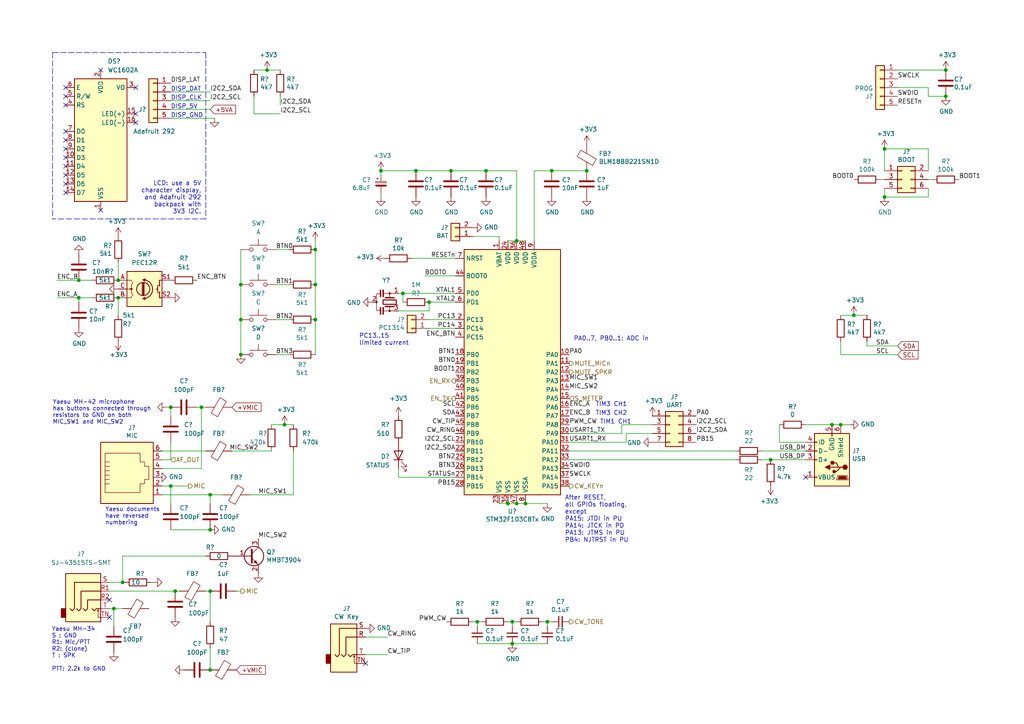
<source format=kicad_sch>
(kicad_sch (version 20211123) (generator eeschema)

  (uuid 5367a494-64b6-4f8c-adca-814c4b88525b)

  (paper "A4")

  (title_block
    (title "DART-70 TRX")
    (date "2023-01-22")
    (rev "0")
    (company "HB9EGM")
    (comment 1 "A 4m Band SSB/CW Transceiver")
  )

  

  (junction (at 34.29 81.28) (diameter 0) (color 0 0 0 0)
    (uuid 1276659c-ff14-4940-b214-e27c5bbbd628)
  )
  (junction (at 33.02 176.53) (diameter 0) (color 0 0 0 0)
    (uuid 13f32677-7358-4425-9e94-52afb3823ec5)
  )
  (junction (at 223.52 133.35) (diameter 0) (color 0 0 0 0)
    (uuid 2a891096-042c-4004-b161-8bd2c0b59fd7)
  )
  (junction (at 149.86 69.85) (diameter 0) (color 0 0 0 0)
    (uuid 3b398e0a-4c10-4dcc-aa1f-5dcd51a576d9)
  )
  (junction (at 69.85 92.71) (diameter 0) (color 0 0 0 0)
    (uuid 3e97b4b6-51fe-4831-8963-04e554d396f4)
  )
  (junction (at 243.84 123.19) (diameter 0) (color 0 0 0 0)
    (uuid 3f43b8cc-e232-4de4-a8bc-56a1a1c0a87a)
  )
  (junction (at 124.46 87.63) (diameter 0) (color 0 0 0 0)
    (uuid 418a0e9c-c95f-4d4a-a88f-ec13faf3303c)
  )
  (junction (at 130.81 49.53) (diameter 0) (color 0 0 0 0)
    (uuid 463e71c6-e035-4ed0-9a41-c3c9633f2c78)
  )
  (junction (at 35.56 168.91) (diameter 0) (color 0 0 0 0)
    (uuid 497b9774-3128-4270-af26-430f6d704065)
  )
  (junction (at 22.86 81.28) (diameter 0) (color 0 0 0 0)
    (uuid 50eddd67-6aa3-43d4-a67d-b80202184bf7)
  )
  (junction (at 110.49 49.53) (diameter 0) (color 0 0 0 0)
    (uuid 5696bb77-ed27-45b2-b992-397d5b11d0ae)
  )
  (junction (at 256.54 43.18) (diameter 0) (color 0 0 0 0)
    (uuid 5cfe5589-d53d-4797-82e8-c31b86c5fbb8)
  )
  (junction (at 69.85 82.55) (diameter 0) (color 0 0 0 0)
    (uuid 60f9aea0-5552-4cff-adfd-7e3333a6c431)
  )
  (junction (at 49.53 118.11) (diameter 0) (color 0 0 0 0)
    (uuid 6378f3a0-c10c-4ab8-a191-8014f1f995ab)
  )
  (junction (at 50.8 171.45) (diameter 0) (color 0 0 0 0)
    (uuid 6a4fb687-120e-40bf-9b35-7e9d2fc384cf)
  )
  (junction (at 60.96 143.51) (diameter 0) (color 0 0 0 0)
    (uuid 7006f49f-0e13-43be-b1bb-f26a3d387008)
  )
  (junction (at 149.86 146.05) (diameter 0) (color 0 0 0 0)
    (uuid 70b621b6-45b5-43cb-9683-d589118723d7)
  )
  (junction (at 147.32 146.05) (diameter 0) (color 0 0 0 0)
    (uuid 73e2a101-0bc0-414b-9aa7-7eeb8a3caef1)
  )
  (junction (at 120.65 49.53) (diameter 0) (color 0 0 0 0)
    (uuid 752fa345-d8be-4e99-aad1-e88671f99643)
  )
  (junction (at 160.02 49.53) (diameter 0) (color 0 0 0 0)
    (uuid 77b09fa1-fbbb-49ab-94c4-069660b694ff)
  )
  (junction (at 148.59 186.69) (diameter 0) (color 0 0 0 0)
    (uuid 782b86fa-ef9f-4c16-a991-b44a80f0f0c3)
  )
  (junction (at 138.43 180.34) (diameter 0) (color 0 0 0 0)
    (uuid 7efaeda2-e767-44b9-adb2-3a0c3f4d2f1d)
  )
  (junction (at 58.42 118.11) (diameter 0) (color 0 0 0 0)
    (uuid 807fdb88-f9c9-42d9-8e83-2c2f092f2280)
  )
  (junction (at 22.86 86.36) (diameter 0) (color 0 0 0 0)
    (uuid 85d4e31f-0a9c-44fe-988a-fd9d1c9f0d5f)
  )
  (junction (at 158.75 180.34) (diameter 0) (color 0 0 0 0)
    (uuid 8847e751-6992-4f80-92c5-c3bef4b5dbf6)
  )
  (junction (at 82.55 123.19) (diameter 0) (color 0 0 0 0)
    (uuid 88ec470b-1595-4040-bc2a-91476c84ca2e)
  )
  (junction (at 60.96 194.31) (diameter 0) (color 0 0 0 0)
    (uuid 8adc6e7b-379b-4805-954a-89eeb571e9d4)
  )
  (junction (at 116.84 85.09) (diameter 0) (color 0 0 0 0)
    (uuid 8c497335-9f19-4d8f-81b9-d3f6e5560190)
  )
  (junction (at 247.65 91.44) (diameter 0) (color 0 0 0 0)
    (uuid 9098a6bf-eae0-4636-90c3-6c2f5d9401fd)
  )
  (junction (at 241.3 123.19) (diameter 0) (color 0 0 0 0)
    (uuid 9801ccc8-5152-40bb-932d-67072f8cd8ad)
  )
  (junction (at 256.54 57.15) (diameter 0) (color 0 0 0 0)
    (uuid 9b396834-9f2e-4234-8e77-e2f453053d8c)
  )
  (junction (at 140.97 49.53) (diameter 0) (color 0 0 0 0)
    (uuid 9cb0289b-897f-4a33-9575-6ead0989832a)
  )
  (junction (at 91.44 82.55) (diameter 0) (color 0 0 0 0)
    (uuid a306cb94-6ff0-43dc-b3ff-609bd041f651)
  )
  (junction (at 60.96 171.45) (diameter 0) (color 0 0 0 0)
    (uuid ae10c814-dedf-4335-9619-5afa1682dcac)
  )
  (junction (at 148.59 180.34) (diameter 0) (color 0 0 0 0)
    (uuid b2ecb88a-4c09-46d5-b24a-de38dbb48f75)
  )
  (junction (at 91.44 92.71) (diameter 0) (color 0 0 0 0)
    (uuid b47512f5-ddb1-4f6a-a01f-993a149ffa47)
  )
  (junction (at 152.4 146.05) (diameter 0) (color 0 0 0 0)
    (uuid b7e9cf10-b74e-4e80-a7f1-e33a29fe56de)
  )
  (junction (at 60.96 153.67) (diameter 0) (color 0 0 0 0)
    (uuid bbc11dec-0b3b-4dca-bca3-5e2a9ff62131)
  )
  (junction (at 69.85 102.87) (diameter 0) (color 0 0 0 0)
    (uuid be9a62f2-23dd-41df-91a7-1f4ac377faf3)
  )
  (junction (at 34.29 86.36) (diameter 0) (color 0 0 0 0)
    (uuid c2d3f10b-b9a2-4cb9-979d-644e3566b349)
  )
  (junction (at 91.44 72.39) (diameter 0) (color 0 0 0 0)
    (uuid cc016ca4-b9a4-4d80-91ba-91d6e0df5bcc)
  )
  (junction (at 49.53 140.97) (diameter 0) (color 0 0 0 0)
    (uuid dadd1271-de02-4ddc-9037-691c1071fc0f)
  )
  (junction (at 274.32 20.32) (diameter 0) (color 0 0 0 0)
    (uuid e04409c2-b3ba-460e-bddc-62e0044901c2)
  )
  (junction (at 170.18 49.53) (diameter 0) (color 0 0 0 0)
    (uuid e1640c92-0a7b-4990-ae42-e9436c2a460d)
  )
  (junction (at 77.47 20.32) (diameter 0) (color 0 0 0 0)
    (uuid eab7c737-4450-406f-9f80-b2e18bb45dd6)
  )
  (junction (at 274.32 27.94) (diameter 0) (color 0 0 0 0)
    (uuid ed74c2b7-a3ac-4886-84f5-377b5e1bbbfc)
  )

  (no_connect (at 19.05 30.48) (uuid 27a098aa-a54a-4603-8a04-fe8def00e684))
  (no_connect (at 19.05 25.4) (uuid 32b8b153-c903-4741-ad0e-f8d9602e50e4))
  (no_connect (at 39.37 33.02) (uuid 342988be-16c5-4d72-82f4-e65b4c5f0a23))
  (no_connect (at 233.68 138.43) (uuid 487ede9d-e4e2-47c1-b417-084ff862638c))
  (no_connect (at 19.05 45.72) (uuid 4f2980f5-7c43-4875-a7d2-8b8b265a1e46))
  (no_connect (at 19.05 40.64) (uuid 5187d1a9-67b2-40c1-a07c-4e0e8a38791d))
  (no_connect (at 39.37 35.56) (uuid 54760758-af89-4a41-a60d-e1b689c5006e))
  (no_connect (at 29.21 20.32) (uuid 5e0f13bf-804a-411e-8f5a-2678db83e4a0))
  (no_connect (at 31.75 179.07) (uuid 5f209d3b-570b-41be-bac1-da0e75bd9c30))
  (no_connect (at 19.05 38.1) (uuid 657b9520-f4f5-4bbd-96e9-e7037197e3d3))
  (no_connect (at 19.05 53.34) (uuid 68b3df11-6847-4453-820a-85d602ac575b))
  (no_connect (at 19.05 43.18) (uuid 7470b900-3f1e-497f-b369-8aad981a3392))
  (no_connect (at 31.75 173.99) (uuid 88dece5e-42d2-4a10-900f-3cb59dfd1690))
  (no_connect (at 29.21 60.96) (uuid 94d11b9d-6eb0-4385-9ae1-ddcc32221de4))
  (no_connect (at 19.05 48.26) (uuid 98bce542-8d71-44ac-8b06-d20ab5e9152b))
  (no_connect (at 19.05 55.88) (uuid 9a013d10-199f-4d04-bd4c-941faf08d324))
  (no_connect (at 19.05 27.94) (uuid cbf32607-4f05-4315-90ea-7b1ad43a34e7))
  (no_connect (at 106.045 192.405) (uuid e03d7bc9-2bd0-42b5-96ba-4ca164fb4c50))
  (no_connect (at 39.37 25.4) (uuid e52ceaab-2ff4-49eb-abf8-ad8d6eddfba5))
  (no_connect (at 19.05 50.8) (uuid e57a82f1-c1a2-475f-b5ba-dfeed83c5d9b))

  (wire (pts (xy 165.1 133.35) (xy 213.36 133.35))
    (stroke (width 0) (type default) (color 0 0 0 0))
    (uuid 006bc43b-d3a8-4a38-a8dc-5a24da3f9b4d)
  )
  (wire (pts (xy 49.53 26.67) (xy 60.96 26.67))
    (stroke (width 0) (type default) (color 0 0 0 0))
    (uuid 0172fa94-4b7c-4d5e-bde6-27bb171b91e9)
  )
  (wire (pts (xy 34.29 91.44) (xy 34.29 86.36))
    (stroke (width 0) (type default) (color 0 0 0 0))
    (uuid 035870a0-33fd-4542-9093-58d01a043d61)
  )
  (wire (pts (xy 119.38 74.93) (xy 132.08 74.93))
    (stroke (width 0) (type default) (color 0 0 0 0))
    (uuid 0454b0ed-4e94-46b1-9058-7210ddee62e4)
  )
  (wire (pts (xy 247.65 91.44) (xy 251.46 91.44))
    (stroke (width 0) (type default) (color 0 0 0 0))
    (uuid 0673bd15-bb27-42a3-b8dd-ff34de638161)
  )
  (wire (pts (xy 46.99 143.51) (xy 60.96 143.51))
    (stroke (width 0) (type default) (color 0 0 0 0))
    (uuid 09dffe2f-119c-4acf-b279-934de0a0dda7)
  )
  (wire (pts (xy 22.86 87.63) (xy 22.86 86.36))
    (stroke (width 0) (type default) (color 0 0 0 0))
    (uuid 1021e01a-7480-4604-9b82-a8d70899e83d)
  )
  (wire (pts (xy 83.82 82.55) (xy 80.01 82.55))
    (stroke (width 0) (type default) (color 0 0 0 0))
    (uuid 10acd6cf-9aa0-464b-9051-98ec9eb1cee0)
  )
  (wire (pts (xy 165.1 130.81) (xy 213.36 130.81))
    (stroke (width 0) (type default) (color 0 0 0 0))
    (uuid 11b49d13-b047-4242-be65-9a9b1c80ec58)
  )
  (wire (pts (xy 31.75 171.45) (xy 50.8 171.45))
    (stroke (width 0) (type default) (color 0 0 0 0))
    (uuid 14f144cf-94b7-4e9b-be67-5ca1bbff69f2)
  )
  (wire (pts (xy 251.46 100.33) (xy 260.35 100.33))
    (stroke (width 0) (type default) (color 0 0 0 0))
    (uuid 15328724-62c0-4c64-8165-7ba7fa235831)
  )
  (wire (pts (xy 67.31 130.81) (xy 78.74 130.81))
    (stroke (width 0) (type default) (color 0 0 0 0))
    (uuid 16010e58-8aee-45c1-99df-d1cc2bd80779)
  )
  (wire (pts (xy 110.49 55.88) (xy 110.49 57.15))
    (stroke (width 0) (type default) (color 0 0 0 0))
    (uuid 1a795a6f-1bc6-41fb-82d7-5ae528094d84)
  )
  (wire (pts (xy 58.42 135.89) (xy 58.42 118.11))
    (stroke (width 0) (type default) (color 0 0 0 0))
    (uuid 1afdd221-608b-420b-8eb2-861de263adb5)
  )
  (wire (pts (xy 243.84 102.87) (xy 243.84 99.06))
    (stroke (width 0) (type default) (color 0 0 0 0))
    (uuid 1fcbe337-d147-4e02-846e-7f1ec4528bd0)
  )
  (wire (pts (xy 130.81 49.53) (xy 140.97 49.53))
    (stroke (width 0) (type default) (color 0 0 0 0))
    (uuid 2330a65f-a667-4564-b2ea-fd267508069a)
  )
  (wire (pts (xy 260.35 20.32) (xy 274.32 20.32))
    (stroke (width 0) (type default) (color 0 0 0 0))
    (uuid 23425199-2ac8-404e-b295-8bb0276f526e)
  )
  (wire (pts (xy 189.23 125.73) (xy 181.61 125.73))
    (stroke (width 0) (type default) (color 0 0 0 0))
    (uuid 238ce6dc-0557-409a-ab04-93448fccaac4)
  )
  (wire (pts (xy 160.02 49.53) (xy 154.94 49.53))
    (stroke (width 0) (type default) (color 0 0 0 0))
    (uuid 23d269d6-d694-442a-bf5d-98bf3544fc31)
  )
  (wire (pts (xy 85.09 123.19) (xy 82.55 123.19))
    (stroke (width 0) (type default) (color 0 0 0 0))
    (uuid 2415334a-b998-4d19-a8b5-e60e8af2aff4)
  )
  (wire (pts (xy 269.24 25.4) (xy 269.24 27.94))
    (stroke (width 0) (type default) (color 0 0 0 0))
    (uuid 2480dd87-1dff-4a50-81a2-52ef161ac45c)
  )
  (wire (pts (xy 138.43 180.34) (xy 138.43 181.61))
    (stroke (width 0) (type default) (color 0 0 0 0))
    (uuid 251435cb-df17-46ab-aac4-3d24ccac8db0)
  )
  (wire (pts (xy 223.52 133.35) (xy 233.68 133.35))
    (stroke (width 0) (type default) (color 0 0 0 0))
    (uuid 25ada721-670a-4020-ae0b-77410c4e375a)
  )
  (wire (pts (xy 83.82 72.39) (xy 80.01 72.39))
    (stroke (width 0) (type default) (color 0 0 0 0))
    (uuid 2965eaa9-5c83-4078-a673-05e36103f2d1)
  )
  (wire (pts (xy 33.02 176.53) (xy 35.56 176.53))
    (stroke (width 0) (type default) (color 0 0 0 0))
    (uuid 2d68cb5d-30df-4657-8750-10f8b1c43a3d)
  )
  (wire (pts (xy 58.42 118.11) (xy 59.69 118.11))
    (stroke (width 0) (type default) (color 0 0 0 0))
    (uuid 2f06a385-de72-4063-8346-234d2a5fb931)
  )
  (wire (pts (xy 77.47 20.32) (xy 81.28 20.32))
    (stroke (width 0) (type default) (color 0 0 0 0))
    (uuid 317a2bf1-677c-46ed-b6b4-eef240063844)
  )
  (wire (pts (xy 243.84 91.44) (xy 247.65 91.44))
    (stroke (width 0) (type default) (color 0 0 0 0))
    (uuid 34d6d782-5641-4526-b346-05de03ea8c0e)
  )
  (polyline (pts (xy 59.69 15.24) (xy 59.69 63.5))
    (stroke (width 0) (type default) (color 0 0 0 0))
    (uuid 36dbbb14-ed77-4633-af35-90660d2143f3)
  )

  (wire (pts (xy 120.65 49.53) (xy 130.81 49.53))
    (stroke (width 0) (type default) (color 0 0 0 0))
    (uuid 37e843e9-2538-4a91-9a9b-f536fa0a9e84)
  )
  (wire (pts (xy 110.49 49.53) (xy 120.65 49.53))
    (stroke (width 0) (type default) (color 0 0 0 0))
    (uuid 3a013e8f-5b12-499b-8d2d-0ad49966db1a)
  )
  (wire (pts (xy 158.75 181.61) (xy 158.75 180.34))
    (stroke (width 0) (type default) (color 0 0 0 0))
    (uuid 3d927ca0-f4ad-42ab-b902-dfef8d84eebb)
  )
  (wire (pts (xy 73.66 20.32) (xy 77.47 20.32))
    (stroke (width 0) (type default) (color 0 0 0 0))
    (uuid 3f4ca593-2b3f-4c1d-83fb-6afbc1dc83bd)
  )
  (wire (pts (xy 115.57 135.89) (xy 115.57 138.43))
    (stroke (width 0) (type default) (color 0 0 0 0))
    (uuid 3f4f4435-0d48-417e-8f86-def0fd108af7)
  )
  (wire (pts (xy 148.59 186.69) (xy 158.75 186.69))
    (stroke (width 0) (type default) (color 0 0 0 0))
    (uuid 3fc3a397-ec3a-4314-aa6a-44925ef4cbbe)
  )
  (polyline (pts (xy 15.24 15.24) (xy 59.69 15.24))
    (stroke (width 0) (type default) (color 0 0 0 0))
    (uuid 437ebe18-8f4c-4d60-9ade-e76424d17726)
  )

  (wire (pts (xy 158.75 180.34) (xy 160.02 180.34))
    (stroke (width 0) (type default) (color 0 0 0 0))
    (uuid 4736f749-4a0e-4a05-b1aa-d51f1c3fc23d)
  )
  (wire (pts (xy 160.02 49.53) (xy 170.18 49.53))
    (stroke (width 0) (type default) (color 0 0 0 0))
    (uuid 4829bee0-faa8-43f7-b2d7-8a6e5d1b3050)
  )
  (wire (pts (xy 34.29 76.2) (xy 34.29 81.28))
    (stroke (width 0) (type default) (color 0 0 0 0))
    (uuid 487cb37f-32e1-4fcc-b649-1ddd891984c5)
  )
  (wire (pts (xy 124.46 92.71) (xy 132.08 92.71))
    (stroke (width 0) (type default) (color 0 0 0 0))
    (uuid 4cd135a5-fdd1-4851-864a-dadf7c96d9ff)
  )
  (wire (pts (xy 69.85 72.39) (xy 69.85 82.55))
    (stroke (width 0) (type default) (color 0 0 0 0))
    (uuid 4d43e674-c1c0-4e11-b129-01108db367aa)
  )
  (wire (pts (xy 260.35 25.4) (xy 269.24 25.4))
    (stroke (width 0) (type default) (color 0 0 0 0))
    (uuid 4f69bb40-cbf2-45c5-8c23-3e0667e1f6c1)
  )
  (wire (pts (xy 165.1 128.27) (xy 181.61 128.27))
    (stroke (width 0) (type default) (color 0 0 0 0))
    (uuid 500298f6-b9ed-4e53-bde6-024545f1a90a)
  )
  (wire (pts (xy 45.72 138.43) (xy 46.99 138.43))
    (stroke (width 0) (type default) (color 0 0 0 0))
    (uuid 564c737a-c22b-400c-8665-990100e2bad2)
  )
  (wire (pts (xy 91.44 72.39) (xy 91.44 69.85))
    (stroke (width 0) (type default) (color 0 0 0 0))
    (uuid 58a22765-7f2e-4f66-9ea8-f56fcca75dda)
  )
  (wire (pts (xy 83.82 92.71) (xy 80.01 92.71))
    (stroke (width 0) (type default) (color 0 0 0 0))
    (uuid 595e8034-8a59-4a5c-b366-f8604d8aa4da)
  )
  (wire (pts (xy 52.07 171.45) (xy 50.8 171.45))
    (stroke (width 0) (type default) (color 0 0 0 0))
    (uuid 5c661c17-3ab4-49c7-8add-a626d1753c0b)
  )
  (wire (pts (xy 110.49 49.53) (xy 110.49 50.8))
    (stroke (width 0) (type default) (color 0 0 0 0))
    (uuid 5e8f43a4-e869-473e-b093-0ec79ea19580)
  )
  (wire (pts (xy 226.06 128.27) (xy 233.68 128.27))
    (stroke (width 0) (type default) (color 0 0 0 0))
    (uuid 5f48357f-c353-4808-811f-74ed7ffaa7c6)
  )
  (wire (pts (xy 269.24 27.94) (xy 274.32 27.94))
    (stroke (width 0) (type default) (color 0 0 0 0))
    (uuid 61b6f2c4-b226-47d6-bbd8-9d67fcaf35c3)
  )
  (wire (pts (xy 256.54 57.15) (xy 269.24 57.15))
    (stroke (width 0) (type default) (color 0 0 0 0))
    (uuid 61e795c9-5bb5-48b3-b7a0-cb64f04c7adc)
  )
  (wire (pts (xy 83.82 102.87) (xy 80.01 102.87))
    (stroke (width 0) (type default) (color 0 0 0 0))
    (uuid 66d98295-60ac-4b7d-a181-3284b2b387bc)
  )
  (wire (pts (xy 49.53 140.97) (xy 49.53 146.05))
    (stroke (width 0) (type default) (color 0 0 0 0))
    (uuid 66e3bb6e-3039-4f64-a55c-f43a1345d149)
  )
  (wire (pts (xy 124.46 90.17) (xy 124.46 87.63))
    (stroke (width 0) (type default) (color 0 0 0 0))
    (uuid 677a1070-c11b-49a9-8186-12e0a3e880b1)
  )
  (wire (pts (xy 73.66 33.02) (xy 73.66 27.94))
    (stroke (width 0) (type default) (color 0 0 0 0))
    (uuid 679e5b0e-a017-43d8-8845-79a886253d82)
  )
  (polyline (pts (xy 15.24 15.24) (xy 15.24 63.5))
    (stroke (width 0) (type default) (color 0 0 0 0))
    (uuid 6c1a4ff4-84d5-4723-9271-598658bada11)
  )

  (wire (pts (xy 49.53 128.27) (xy 49.53 133.35))
    (stroke (width 0) (type default) (color 0 0 0 0))
    (uuid 6ed67694-fff8-461d-af41-a54796b26eb7)
  )
  (wire (pts (xy 165.1 125.73) (xy 180.34 125.73))
    (stroke (width 0) (type default) (color 0 0 0 0))
    (uuid 6f75ea3e-6135-44f5-9313-1aad839ab6f6)
  )
  (wire (pts (xy 137.16 180.34) (xy 138.43 180.34))
    (stroke (width 0) (type default) (color 0 0 0 0))
    (uuid 742f6656-c86d-41c0-937e-ef6ded3bd482)
  )
  (wire (pts (xy 243.84 102.87) (xy 260.35 102.87))
    (stroke (width 0) (type default) (color 0 0 0 0))
    (uuid 75080b0b-6140-45af-8605-622af6de8bea)
  )
  (wire (pts (xy 46.99 140.97) (xy 49.53 140.97))
    (stroke (width 0) (type default) (color 0 0 0 0))
    (uuid 76acc36c-a2a1-41e6-a41b-3d2782098bb1)
  )
  (wire (pts (xy 223.52 133.35) (xy 220.98 133.35))
    (stroke (width 0) (type default) (color 0 0 0 0))
    (uuid 771145ed-2e00-4172-ac95-37a36c6a35ce)
  )
  (wire (pts (xy 140.97 49.53) (xy 149.86 49.53))
    (stroke (width 0) (type default) (color 0 0 0 0))
    (uuid 7c1fd6fc-5c53-4ccb-a456-46fe6fc0bc71)
  )
  (wire (pts (xy 157.48 180.34) (xy 158.75 180.34))
    (stroke (width 0) (type default) (color 0 0 0 0))
    (uuid 7d512d14-3ca4-4934-b506-eb07d268c7dc)
  )
  (wire (pts (xy 59.69 171.45) (xy 60.96 171.45))
    (stroke (width 0) (type default) (color 0 0 0 0))
    (uuid 7e818ab5-daa1-4f81-8e5b-7a6aa233292b)
  )
  (wire (pts (xy 147.32 146.05) (xy 144.78 146.05))
    (stroke (width 0) (type default) (color 0 0 0 0))
    (uuid 7f2c9904-545b-4337-acd6-8707e0924818)
  )
  (wire (pts (xy 243.84 123.19) (xy 241.3 123.19))
    (stroke (width 0) (type default) (color 0 0 0 0))
    (uuid 7fa098fb-b644-4e64-920e-8328b5d12f21)
  )
  (wire (pts (xy 60.96 187.96) (xy 60.96 194.31))
    (stroke (width 0) (type default) (color 0 0 0 0))
    (uuid 80f7bbd0-bec0-4cb1-9503-e3687c98ec1e)
  )
  (wire (pts (xy 144.78 68.58) (xy 137.16 68.58))
    (stroke (width 0) (type default) (color 0 0 0 0))
    (uuid 822cf157-ecb8-46d7-8cc6-5f0248fd6b37)
  )
  (wire (pts (xy 91.44 82.55) (xy 91.44 72.39))
    (stroke (width 0) (type default) (color 0 0 0 0))
    (uuid 83b77b4d-dcc2-4e93-a5f3-1d1480646393)
  )
  (wire (pts (xy 255.27 52.07) (xy 256.54 52.07))
    (stroke (width 0) (type default) (color 0 0 0 0))
    (uuid 875404be-e359-458a-af29-1bd3403dd55f)
  )
  (wire (pts (xy 49.53 31.75) (xy 60.96 31.75))
    (stroke (width 0) (type default) (color 0 0 0 0))
    (uuid 8cf3b989-d323-4aa3-888a-229ee0855e8a)
  )
  (wire (pts (xy 69.85 92.71) (xy 69.85 102.87))
    (stroke (width 0) (type default) (color 0 0 0 0))
    (uuid 8d760ab7-cb5d-426a-b4aa-fb7e0964cb41)
  )
  (wire (pts (xy 81.28 33.02) (xy 73.66 33.02))
    (stroke (width 0) (type default) (color 0 0 0 0))
    (uuid 8f577817-ea32-42aa-bedc-809b6d0ffec6)
  )
  (wire (pts (xy 148.59 180.34) (xy 149.86 180.34))
    (stroke (width 0) (type default) (color 0 0 0 0))
    (uuid 9004cee7-358e-4c08-9d64-a05f28a4e7b6)
  )
  (wire (pts (xy 22.86 81.28) (xy 26.67 81.28))
    (stroke (width 0) (type default) (color 0 0 0 0))
    (uuid 901dc96c-698d-427d-880a-ee46536a481f)
  )
  (wire (pts (xy 124.46 87.63) (xy 132.08 87.63))
    (stroke (width 0) (type default) (color 0 0 0 0))
    (uuid 92cf4db4-2dba-4763-9cd8-3c7f8aff8f24)
  )
  (wire (pts (xy 124.46 90.17) (xy 115.57 90.17))
    (stroke (width 0) (type default) (color 0 0 0 0))
    (uuid 93b580d1-c2df-48c4-9d06-465ca9d3eebc)
  )
  (wire (pts (xy 35.56 161.29) (xy 59.69 161.29))
    (stroke (width 0) (type default) (color 0 0 0 0))
    (uuid 9540b4d6-8885-4843-a659-943f7e3bc69a)
  )
  (wire (pts (xy 115.57 138.43) (xy 132.08 138.43))
    (stroke (width 0) (type default) (color 0 0 0 0))
    (uuid 9c00f763-4387-4dca-9d2a-687600fcbd31)
  )
  (wire (pts (xy 72.39 143.51) (xy 85.09 143.51))
    (stroke (width 0) (type default) (color 0 0 0 0))
    (uuid 9c221d52-946b-4b75-8659-2771c7e549f2)
  )
  (wire (pts (xy 85.09 143.51) (xy 85.09 130.81))
    (stroke (width 0) (type default) (color 0 0 0 0))
    (uuid 9cdc04e7-a7c1-410b-8dd7-1b5a287afb98)
  )
  (wire (pts (xy 220.98 130.81) (xy 233.68 130.81))
    (stroke (width 0) (type default) (color 0 0 0 0))
    (uuid 9f7324c5-50a2-442c-8a80-edf04aa2b2ac)
  )
  (wire (pts (xy 144.78 69.85) (xy 144.78 68.58))
    (stroke (width 0) (type default) (color 0 0 0 0))
    (uuid 9f7b3295-d16c-467f-88f6-2ab8ee650e3a)
  )
  (wire (pts (xy 35.56 168.91) (xy 36.195 168.91))
    (stroke (width 0) (type default) (color 0 0 0 0))
    (uuid a2873055-b8ab-487a-9485-446d15b62f90)
  )
  (wire (pts (xy 149.86 69.85) (xy 147.32 69.85))
    (stroke (width 0) (type default) (color 0 0 0 0))
    (uuid a32fe8ab-5810-40f6-8eab-48332c0ee5a0)
  )
  (wire (pts (xy 256.54 49.53) (xy 256.54 43.18))
    (stroke (width 0) (type default) (color 0 0 0 0))
    (uuid a560f403-c7e0-4d97-9b6c-c5351bebb237)
  )
  (wire (pts (xy 82.55 123.19) (xy 78.74 123.19))
    (stroke (width 0) (type default) (color 0 0 0 0))
    (uuid a5e5a32b-d259-4833-9676-56ada82e83c2)
  )
  (wire (pts (xy 269.24 49.53) (xy 269.24 43.18))
    (stroke (width 0) (type default) (color 0 0 0 0))
    (uuid a6e0def8-4f4c-4324-b688-07d61c9eec31)
  )
  (wire (pts (xy 124.46 95.25) (xy 132.08 95.25))
    (stroke (width 0) (type default) (color 0 0 0 0))
    (uuid ab5db7e5-9de7-449f-b70b-9d0dd610b10b)
  )
  (wire (pts (xy 116.84 87.63) (xy 116.84 85.09))
    (stroke (width 0) (type default) (color 0 0 0 0))
    (uuid ac5a5c45-797a-4bbe-bfd5-5ce5a8aa3463)
  )
  (wire (pts (xy 106.045 189.865) (xy 112.395 189.865))
    (stroke (width 0) (type default) (color 0 0 0 0))
    (uuid ae9a2cfc-2e02-4731-9394-e388bba596f8)
  )
  (wire (pts (xy 43.815 168.91) (xy 44.45 168.91))
    (stroke (width 0) (type default) (color 0 0 0 0))
    (uuid aea16cf2-4f65-409f-b3b9-3c332f390e93)
  )
  (wire (pts (xy 33.02 181.61) (xy 33.02 176.53))
    (stroke (width 0) (type default) (color 0 0 0 0))
    (uuid afe17981-95bb-4580-8c01-d624572574ed)
  )
  (wire (pts (xy 152.4 146.05) (xy 149.86 146.05))
    (stroke (width 0) (type default) (color 0 0 0 0))
    (uuid b05af61d-3c1d-44cf-aea2-61fd169c9d1a)
  )
  (wire (pts (xy 49.53 118.11) (xy 48.26 118.11))
    (stroke (width 0) (type default) (color 0 0 0 0))
    (uuid b2493615-6469-4f85-ae30-0eeac98199a6)
  )
  (wire (pts (xy 149.86 49.53) (xy 149.86 69.85))
    (stroke (width 0) (type default) (color 0 0 0 0))
    (uuid b3eebb03-af8c-48e8-a7d9-5ec3741206fa)
  )
  (wire (pts (xy 58.42 118.11) (xy 57.15 118.11))
    (stroke (width 0) (type default) (color 0 0 0 0))
    (uuid b4d405a4-25a6-44ef-96e1-b56b6b5ce995)
  )
  (wire (pts (xy 49.53 153.67) (xy 60.96 153.67))
    (stroke (width 0) (type default) (color 0 0 0 0))
    (uuid b506d6e3-f5de-46c8-8eaa-ee5b62c6abd9)
  )
  (wire (pts (xy 106.045 184.785) (xy 112.395 184.785))
    (stroke (width 0) (type default) (color 0 0 0 0))
    (uuid b555eee7-8149-4892-8ba4-057aabcbbee2)
  )
  (wire (pts (xy 181.61 125.73) (xy 181.61 128.27))
    (stroke (width 0) (type default) (color 0 0 0 0))
    (uuid b9fce689-53c2-4275-98d8-2c8da9bd740a)
  )
  (wire (pts (xy 116.84 85.09) (xy 115.57 85.09))
    (stroke (width 0) (type default) (color 0 0 0 0))
    (uuid ba80136a-34d0-4a97-a9c9-c43ab3f7be6e)
  )
  (wire (pts (xy 152.4 69.85) (xy 149.86 69.85))
    (stroke (width 0) (type default) (color 0 0 0 0))
    (uuid bade9875-e59b-4d52-b529-c48d7c265fc4)
  )
  (wire (pts (xy 49.53 29.21) (xy 60.96 29.21))
    (stroke (width 0) (type default) (color 0 0 0 0))
    (uuid bc913ca4-9065-43d2-9d7f-c7073d14811d)
  )
  (wire (pts (xy 49.53 140.97) (xy 54.61 140.97))
    (stroke (width 0) (type default) (color 0 0 0 0))
    (uuid bf1ffc03-ba94-43f6-8d0a-0dfaedf70cc2)
  )
  (wire (pts (xy 49.53 133.35) (xy 46.99 133.35))
    (stroke (width 0) (type default) (color 0 0 0 0))
    (uuid c0185e34-c51b-4c62-a463-ad6cb00d29af)
  )
  (wire (pts (xy 33.02 176.53) (xy 31.75 176.53))
    (stroke (width 0) (type default) (color 0 0 0 0))
    (uuid c10ea781-e4dc-44b9-a7e1-86f7cdfec5ac)
  )
  (wire (pts (xy 31.75 168.91) (xy 35.56 168.91))
    (stroke (width 0) (type default) (color 0 0 0 0))
    (uuid c62fcb1d-df7b-4385-a018-f5ef16263000)
  )
  (wire (pts (xy 22.86 81.28) (xy 16.51 81.28))
    (stroke (width 0) (type default) (color 0 0 0 0))
    (uuid c71a0f1c-e0a1-4cfb-a1c2-249d4b359638)
  )
  (wire (pts (xy 60.96 143.51) (xy 64.77 143.51))
    (stroke (width 0) (type default) (color 0 0 0 0))
    (uuid c898c0c5-e142-46d8-96c8-7be1e3bc68ad)
  )
  (wire (pts (xy 180.34 123.19) (xy 189.23 123.19))
    (stroke (width 0) (type default) (color 0 0 0 0))
    (uuid ca0eab8e-e3fd-464d-bb03-d1603b8a651b)
  )
  (wire (pts (xy 269.24 57.15) (xy 269.24 54.61))
    (stroke (width 0) (type default) (color 0 0 0 0))
    (uuid ca12753c-a5f4-49a4-bb14-a01420a86edb)
  )
  (wire (pts (xy 81.28 30.48) (xy 81.28 27.94))
    (stroke (width 0) (type default) (color 0 0 0 0))
    (uuid cf02db11-2ff8-4f79-b3e9-9802575ab786)
  )
  (wire (pts (xy 60.96 143.51) (xy 60.96 146.05))
    (stroke (width 0) (type default) (color 0 0 0 0))
    (uuid d063f6b1-c663-433a-bf5e-7441a08f16ea)
  )
  (wire (pts (xy 154.94 49.53) (xy 154.94 69.85))
    (stroke (width 0) (type default) (color 0 0 0 0))
    (uuid d1ea7795-8403-4edb-b959-1b29f77ed16f)
  )
  (wire (pts (xy 46.99 135.89) (xy 58.42 135.89))
    (stroke (width 0) (type default) (color 0 0 0 0))
    (uuid d26a8420-78a3-4a9e-b4f4-5a9910f59c4d)
  )
  (wire (pts (xy 68.58 171.45) (xy 69.85 171.45))
    (stroke (width 0) (type default) (color 0 0 0 0))
    (uuid d312eda9-74a3-4e19-8d05-4177ec0e1f00)
  )
  (wire (pts (xy 26.67 86.36) (xy 22.86 86.36))
    (stroke (width 0) (type default) (color 0 0 0 0))
    (uuid d4d81f67-fac4-4771-8b7d-f2089683330d)
  )
  (wire (pts (xy 49.53 118.11) (xy 49.53 120.65))
    (stroke (width 0) (type default) (color 0 0 0 0))
    (uuid d84cf9cf-df80-49cb-bd44-af405b2b4fee)
  )
  (wire (pts (xy 269.24 43.18) (xy 256.54 43.18))
    (stroke (width 0) (type default) (color 0 0 0 0))
    (uuid d8e238b6-5437-4b14-9ba7-0337f0b828ab)
  )
  (wire (pts (xy 148.59 181.61) (xy 148.59 180.34))
    (stroke (width 0) (type default) (color 0 0 0 0))
    (uuid d8ebdeb0-2bbd-4a1b-a259-f95c97f44cbe)
  )
  (wire (pts (xy 147.32 180.34) (xy 148.59 180.34))
    (stroke (width 0) (type default) (color 0 0 0 0))
    (uuid dacfc6b2-f197-4446-86ee-d141533404be)
  )
  (wire (pts (xy 246.38 123.19) (xy 243.84 123.19))
    (stroke (width 0) (type default) (color 0 0 0 0))
    (uuid dba4ad5b-8704-4fc8-9247-b9c4709cf1cf)
  )
  (wire (pts (xy 49.53 34.29) (xy 62.23 34.29))
    (stroke (width 0) (type default) (color 0 0 0 0))
    (uuid dc2567a8-f67d-423b-a6b0-f3bf10022eef)
  )
  (wire (pts (xy 16.51 86.36) (xy 22.86 86.36))
    (stroke (width 0) (type default) (color 0 0 0 0))
    (uuid dc3924cb-3c6c-488f-b9d5-465b4a917136)
  )
  (wire (pts (xy 132.08 85.09) (xy 116.84 85.09))
    (stroke (width 0) (type default) (color 0 0 0 0))
    (uuid dcbc5a2e-2561-4663-8736-09acc9fe0209)
  )
  (wire (pts (xy 138.43 186.69) (xy 148.59 186.69))
    (stroke (width 0) (type default) (color 0 0 0 0))
    (uuid ddcf9a83-0126-4df6-88fa-3363d508d3a6)
  )
  (wire (pts (xy 158.75 146.05) (xy 152.4 146.05))
    (stroke (width 0) (type default) (color 0 0 0 0))
    (uuid e382fedc-c868-44fd-9740-47cc05b15c1c)
  )
  (wire (pts (xy 226.06 123.19) (xy 226.06 128.27))
    (stroke (width 0) (type default) (color 0 0 0 0))
    (uuid e584287a-6232-40cf-a082-8dea5986b945)
  )
  (wire (pts (xy 138.43 180.34) (xy 139.7 180.34))
    (stroke (width 0) (type default) (color 0 0 0 0))
    (uuid e68fac9b-3de3-4acb-9bb0-3dee3685df22)
  )
  (wire (pts (xy 180.34 125.73) (xy 180.34 123.19))
    (stroke (width 0) (type default) (color 0 0 0 0))
    (uuid e7130644-c4ae-4f9d-997d-5b4fa9d09578)
  )
  (polyline (pts (xy 59.69 63.5) (xy 15.24 63.5))
    (stroke (width 0) (type default) (color 0 0 0 0))
    (uuid e8e850c4-7708-4bbf-84e9-a768c6d278e3)
  )

  (wire (pts (xy 46.99 130.81) (xy 59.69 130.81))
    (stroke (width 0) (type default) (color 0 0 0 0))
    (uuid e91ad237-6778-4565-a41c-5451c22b839e)
  )
  (wire (pts (xy 60.96 171.45) (xy 60.96 180.34))
    (stroke (width 0) (type default) (color 0 0 0 0))
    (uuid e98e7eb7-9737-4f2e-99d0-92ee149d1392)
  )
  (wire (pts (xy 91.44 102.87) (xy 91.44 92.71))
    (stroke (width 0) (type default) (color 0 0 0 0))
    (uuid eb5c3818-51cd-4092-a6a2-1d306912382e)
  )
  (wire (pts (xy 35.56 161.29) (xy 35.56 168.91))
    (stroke (width 0) (type default) (color 0 0 0 0))
    (uuid ec3165fe-59c9-43eb-8ddf-d44b9735718a)
  )
  (wire (pts (xy 256.54 57.15) (xy 256.54 54.61))
    (stroke (width 0) (type default) (color 0 0 0 0))
    (uuid eca73914-6f4b-487c-b8f6-6bedca0fa3fb)
  )
  (wire (pts (xy 123.19 80.01) (xy 132.08 80.01))
    (stroke (width 0) (type default) (color 0 0 0 0))
    (uuid ed265626-f6f5-4029-beb9-f6ad275e86b5)
  )
  (wire (pts (xy 91.44 92.71) (xy 91.44 82.55))
    (stroke (width 0) (type default) (color 0 0 0 0))
    (uuid ee955228-8cba-41df-9590-142549e57cef)
  )
  (wire (pts (xy 251.46 100.33) (xy 251.46 99.06))
    (stroke (width 0) (type default) (color 0 0 0 0))
    (uuid f1353e9e-7eae-44e9-872c-ec11c41e5657)
  )
  (wire (pts (xy 149.86 146.05) (xy 147.32 146.05))
    (stroke (width 0) (type default) (color 0 0 0 0))
    (uuid f46f4b86-daf6-4869-98cb-928039f00f5f)
  )
  (wire (pts (xy 270.51 52.07) (xy 269.24 52.07))
    (stroke (width 0) (type default) (color 0 0 0 0))
    (uuid f683b564-906b-42f6-a233-cd22c58657dd)
  )
  (wire (pts (xy 241.3 123.19) (xy 233.68 123.19))
    (stroke (width 0) (type default) (color 0 0 0 0))
    (uuid f6c96c0d-4cf7-4e5a-ad96-cb52e5fda138)
  )
  (wire (pts (xy 69.85 82.55) (xy 69.85 92.71))
    (stroke (width 0) (type default) (color 0 0 0 0))
    (uuid f928df12-b33b-4d6e-8a51-572bf83802ca)
  )

  (text "Yaesu documents\nhave reversed\nnumbering" (at 30.48 152.4 0)
    (effects (font (size 1.1938 1.1938)) (justify left bottom))
    (uuid 00d22a94-4415-4f7c-bba5-9ac8913c5f96)
  )
  (text "TODO\nAdd cable between main board and control\nDecide VMIC (8V on MH-42)\n\nDone\nReplace connector by footprints for buttons, encoder and display\nCheck how I finally did CW on Picardy 2020"
    (at 1.27 -15.24 0)
    (effects (font (size 3 3)) (justify left bottom))
    (uuid 1154c567-1e30-4104-a3b9-6b57e1efe0f8)
  )
  (text "DISP_5V" (at 49.53 31.75 0)
    (effects (font (size 1.27 1.27)) (justify left bottom))
    (uuid 1ae70af6-ac4a-4a28-aff8-9077e17e3e61)
  )
  (text "DISP_GND" (at 49.53 34.29 0)
    (effects (font (size 1.27 1.27)) (justify left bottom))
    (uuid 2a4a455a-d851-42f3-92ae-dce395b66e62)
  )
  (text "After RESET,\nall GPIOs floating,\nexcept\nPA15: JTDI in PU\nPA14: JTCK in PD\nPA13: JTMS in PU\nPB4: NJTRST in PU"
    (at 163.83 157.48 0)
    (effects (font (size 1.27 1.27)) (justify left bottom))
    (uuid 4585c64e-96ad-4886-8cc1-623266bf73bf)
  )
  (text "TIM1 CH1" (at 173.99 123.19 0)
    (effects (font (size 1.27 1.27)) (justify left bottom))
    (uuid 49389a66-8741-452b-8284-834f65c51e1b)
  )
  (text "Yaesu MH-42 microphone\nhas buttons connected through\nresistors to GND on both\nMIC_SW1 and MIC_SW2"
    (at 15.24 123.19 0)
    (effects (font (size 1.1938 1.1938)) (justify left bottom))
    (uuid 74796a55-82bc-4f74-9e9c-c7cb232069e3)
  )
  (text "Comment from picardy:\n\nLow pass filter for CW sidetone,\nfinally unused. STATUS LED replaced\nby piezo buzzer instead."
    (at -53.34 -16.51 0)
    (effects (font (size 1.27 1.27)) (justify left bottom))
    (uuid 76d9276c-0bff-44cf-81b5-cc0de1c97f12)
  )
  (text "TIM3 CH1" (at 172.72 118.11 0)
    (effects (font (size 1.27 1.27)) (justify left bottom))
    (uuid 7ea15999-0781-4c2e-a266-2adaf5a39946)
  )
  (text "LCD: use a 5V\ncharacter display,\nand Adafruit 292\nbackpack with\n3V3 I2C.\n"
    (at 58.42 62.23 180)
    (effects (font (size 1.27 1.27)) (justify right bottom))
    (uuid 957effad-d1d8-4a6b-8428-056683589978)
  )
  (text "Yaesu MH-34\nS : GND\nR1: Mic/PTT\nR2: (clone)\nT : SPK\n\nPTT: 2.2k to GND"
    (at 14.986 194.818 0)
    (effects (font (size 1.1938 1.1938)) (justify left bottom))
    (uuid a3fa1e23-753d-47fd-a22c-6b4495b4078c)
  )
  (text "TIM3 CH2" (at 172.72 120.65 0)
    (effects (font (size 1.27 1.27)) (justify left bottom))
    (uuid a632aa3e-0113-4f5d-90b5-27bac9ed8392)
  )
  (text "PC13..15\nlimited current" (at 104.14 100.33 0)
    (effects (font (size 1.27 1.27)) (justify left bottom))
    (uuid d5605fa7-538d-473c-8da8-4e6409672b1d)
  )
  (text "DISP_DAT" (at 49.53 26.67 0)
    (effects (font (size 1.27 1.27)) (justify left bottom))
    (uuid e1ee8c3a-d18b-43d4-92e4-74a5b6e689c1)
  )
  (text "PA0..7, PB0..1: ADC in" (at 166.37 99.06 0)
    (effects (font (size 1.27 1.27)) (justify left bottom))
    (uuid fb6ae0ae-5f09-42f3-a277-43e9524a252b)
  )
  (text "DISP_CLK" (at 49.53 29.21 0)
    (effects (font (size 1.27 1.27)) (justify left bottom))
    (uuid fd29d2ff-b67b-4b37-95fa-5b64b72e1a7d)
  )

  (label "USB_DP" (at 226.06 133.35 0)
    (effects (font (size 1.27 1.27)) (justify left bottom))
    (uuid 0157ed9d-375b-4b39-a7c1-9cb08dcf67bf)
  )
  (label "USART1_RX" (at 165.1 128.27 0)
    (effects (font (size 1.27 1.27)) (justify left bottom))
    (uuid 0470f6f8-3373-4410-9688-3749de7c241a)
  )
  (label "MIC_SW2" (at 74.93 156.21 0)
    (effects (font (size 1.27 1.27)) (justify left bottom))
    (uuid 0628db56-eb4e-4b95-a513-4549fb02bb96)
  )
  (label "SDA" (at 132.08 120.65 180)
    (effects (font (size 1.27 1.27)) (justify right bottom))
    (uuid 0886377c-acad-41ba-a045-1d436eadaaab)
  )
  (label "MIC_SW2" (at 74.93 130.81 180)
    (effects (font (size 1.27 1.27)) (justify right bottom))
    (uuid 0e39e32b-7468-4f6e-a6f0-b54d61a16933)
  )
  (label "BTN1" (at 132.08 102.87 180)
    (effects (font (size 1.27 1.27)) (justify right bottom))
    (uuid 0ece2b87-02c1-4250-9204-efdee0b5a9d0)
  )
  (label "MIC_SW1" (at 74.93 143.51 0)
    (effects (font (size 1.27 1.27)) (justify left bottom))
    (uuid 1b73c962-e471-4ec3-ab97-9114c97a5609)
  )
  (label "PB15" (at 201.93 128.27 0)
    (effects (font (size 1.27 1.27)) (justify left bottom))
    (uuid 1c36527b-20ab-4863-8486-3913ee2e57f4)
  )
  (label "I2C2_SDA" (at 81.28 30.48 0)
    (effects (font (size 1.27 1.27)) (justify left bottom))
    (uuid 23d0e929-f5a1-4c62-b387-0887d9659f38)
  )
  (label "MIC_SW1" (at 165.1 110.49 0)
    (effects (font (size 1.27 1.27)) (justify left bottom))
    (uuid 34f20938-82be-4faa-a3bd-ea4ff60955a6)
  )
  (label "BOOT1" (at 278.13 52.07 0)
    (effects (font (size 1.27 1.27)) (justify left bottom))
    (uuid 3a41f6b2-d64e-4fc9-9c78-62461e28f42c)
  )
  (label "BTN2" (at 132.08 133.35 180)
    (effects (font (size 1.27 1.27)) (justify right bottom))
    (uuid 3fcf515a-b2e5-4769-a263-706606d34687)
  )
  (label "I2C2_SDA" (at 201.93 125.73 0)
    (effects (font (size 1.27 1.27)) (justify left bottom))
    (uuid 474da0bb-a80f-4ce4-b14e-5f26d8f31e91)
  )
  (label "USB_DM" (at 226.06 130.81 0)
    (effects (font (size 1.27 1.27)) (justify left bottom))
    (uuid 496eb987-d081-4e1e-a63a-28ee1d48f2f8)
  )
  (label "PB15" (at 132.08 140.97 180)
    (effects (font (size 1.27 1.27)) (justify right bottom))
    (uuid 4c756fc2-8fde-4459-8921-e1db5a89f1ba)
  )
  (label "SWDIO" (at 165.1 135.89 0)
    (effects (font (size 1.27 1.27)) (justify left bottom))
    (uuid 502090da-c5a3-4316-9f8a-2de92274b2b8)
  )
  (label "CW_RING" (at 112.395 184.785 0)
    (effects (font (size 1.27 1.27)) (justify left bottom))
    (uuid 5126ac84-dc56-4e60-b120-fd81ef65886b)
  )
  (label "ENC_BTN" (at 132.08 97.79 180)
    (effects (font (size 1.27 1.27)) (justify right bottom))
    (uuid 588d3cbf-6c0a-4102-8f72-574f6ea20133)
  )
  (label "I2C2_SCL" (at 201.93 123.19 0)
    (effects (font (size 1.27 1.27)) (justify left bottom))
    (uuid 5900b9d3-f54e-4689-953a-e125f5f9fa71)
  )
  (label "SCL" (at 132.08 118.11 180)
    (effects (font (size 1.27 1.27)) (justify right bottom))
    (uuid 5bd9bd00-e17c-4137-8daf-974f4e7eb479)
  )
  (label "XTAL2" (at 132.08 87.63 180)
    (effects (font (size 1.27 1.27)) (justify right bottom))
    (uuid 5c5b3284-d7e2-4069-8087-eaf4a8346272)
  )
  (label "ENC_B" (at 16.51 81.28 0)
    (effects (font (size 1.27 1.27)) (justify left bottom))
    (uuid 5e4e2554-e691-40cb-837f-552b7d5bc858)
  )
  (label "CW_RING" (at 132.08 125.73 180)
    (effects (font (size 1.27 1.27)) (justify right bottom))
    (uuid 5fa23453-de94-4f47-ab66-80326a468ae1)
  )
  (label "I2C2_SCL" (at 81.28 33.02 0)
    (effects (font (size 1.27 1.27)) (justify left bottom))
    (uuid 61d63f1b-dbdf-4e18-9e78-d70eac21ae65)
  )
  (label "I2C2_SDA" (at 132.08 130.81 180)
    (effects (font (size 1.27 1.27)) (justify right bottom))
    (uuid 6c1d0ff6-53d9-4a5b-89a8-5313d6ca7d94)
  )
  (label "SDA" (at 257.81 100.33 180)
    (effects (font (size 1.27 1.27)) (justify right bottom))
    (uuid 6db6b2d8-cd53-4924-910c-ce03370c85ba)
  )
  (label "BTN0" (at 132.08 105.41 180)
    (effects (font (size 1.27 1.27)) (justify right bottom))
    (uuid 72635b6d-f5d1-44fe-86b5-9bebc2da5d46)
  )
  (label "SCL" (at 257.81 102.87 180)
    (effects (font (size 1.27 1.27)) (justify right bottom))
    (uuid 7288ce3d-ad6e-43f5-96ca-99065d7798d0)
  )
  (label "ENC_BTN" (at 57.15 81.28 0)
    (effects (font (size 1.27 1.27)) (justify left bottom))
    (uuid 73b08644-febb-4c1e-9b8f-826cf4cd7348)
  )
  (label "ENC_A" (at 165.1 118.11 0)
    (effects (font (size 1.27 1.27)) (justify left bottom))
    (uuid 7803a0ea-b6d3-457b-b195-42c8dc80b579)
  )
  (label "CW_TIP" (at 112.395 189.865 0)
    (effects (font (size 1.27 1.27)) (justify left bottom))
    (uuid 78ce8c1e-89e0-4419-807a-81faccaa13a1)
  )
  (label "XTAL1" (at 132.08 85.09 180)
    (effects (font (size 1.27 1.27)) (justify right bottom))
    (uuid 794e55a0-75fe-436a-8b64-c2f248c65f18)
  )
  (label "ENC_B" (at 165.1 120.65 0)
    (effects (font (size 1.27 1.27)) (justify left bottom))
    (uuid 7fd58396-b4e5-46f4-aa37-499fb1457243)
  )
  (label "STATUSn" (at 132.08 138.43 180)
    (effects (font (size 1.27 1.27)) (justify right bottom))
    (uuid 8233de19-691a-4981-9177-f647c5ab854c)
  )
  (label "BTN2" (at 80.01 92.71 0)
    (effects (font (size 1.27 1.27)) (justify left bottom))
    (uuid 8b8cbcc8-2fab-4017-82d7-9e2b0dd87d55)
  )
  (label "RESETn" (at 260.35 30.48 0)
    (effects (font (size 1.27 1.27)) (justify left bottom))
    (uuid 8ce5f070-df4e-4d8d-b78f-3ef1b6a0875c)
  )
  (label "PWM_CW" (at 165.1 123.19 0)
    (effects (font (size 1.27 1.27)) (justify left bottom))
    (uuid 8d33a8d3-c5cc-40b4-ba71-6923d60927e2)
  )
  (label "BOOT0" (at 123.19 80.01 0)
    (effects (font (size 1.27 1.27)) (justify left bottom))
    (uuid 92ba8945-0271-4dc3-a102-541bc7646045)
  )
  (label "DISP_LAT" (at 49.53 24.13 0)
    (effects (font (size 1.27 1.27)) (justify left bottom))
    (uuid 92f4b848-251e-40e0-b324-8b9b23c0d808)
  )
  (label "PC14" (at 132.08 95.25 180)
    (effects (font (size 1.27 1.27)) (justify right bottom))
    (uuid 94b40fef-8e3d-4a32-a137-035c86ca86c8)
  )
  (label "PA0" (at 165.1 102.87 0)
    (effects (font (size 1.27 1.27)) (justify left bottom))
    (uuid a4813917-c395-4e03-b658-4133a12249cd)
  )
  (label "SWCLK" (at 260.35 22.86 0)
    (effects (font (size 1.27 1.27)) (justify left bottom))
    (uuid b4b8fad9-0954-4267-898b-11fce62b39de)
  )
  (label "PC13" (at 132.08 92.71 180)
    (effects (font (size 1.27 1.27)) (justify right bottom))
    (uuid bb592211-9895-49a1-bb6a-47f7a9f85864)
  )
  (label "SWCLK" (at 165.1 138.43 0)
    (effects (font (size 1.27 1.27)) (justify left bottom))
    (uuid bf046f55-cad5-4e6d-8fc5-1978a2a4f4dc)
  )
  (label "BTN3" (at 80.01 102.87 0)
    (effects (font (size 1.27 1.27)) (justify left bottom))
    (uuid c40d36bb-2efa-4bc3-859b-223faaa66f3e)
  )
  (label "BTN0" (at 80.01 72.39 0)
    (effects (font (size 1.27 1.27)) (justify left bottom))
    (uuid c435621a-1e7b-4aea-a701-d5d27a54bd0d)
  )
  (label "BOOT1" (at 132.08 107.95 180)
    (effects (font (size 1.27 1.27)) (justify right bottom))
    (uuid c8ce7d0f-bd8a-416c-9bb9-339f4090a830)
  )
  (label "I2C2_SCL" (at 60.96 29.21 0)
    (effects (font (size 1.27 1.27)) (justify left bottom))
    (uuid c90387a3-7222-414a-9f26-d5d7b7d40104)
  )
  (label "CW_TIP" (at 132.08 123.19 180)
    (effects (font (size 1.27 1.27)) (justify right bottom))
    (uuid c97ec1e3-38c3-4514-9704-1b06a25c7c8d)
  )
  (label "PWM_CW" (at 129.54 180.34 180)
    (effects (font (size 1.27 1.27)) (justify right bottom))
    (uuid cf672f56-2d68-4c6c-a783-23e23c937b72)
  )
  (label "SWDIO" (at 260.35 27.94 0)
    (effects (font (size 1.27 1.27)) (justify left bottom))
    (uuid e42b8b80-020c-4fee-b000-fd91abf3966d)
  )
  (label "USART1_TX" (at 165.1 125.73 0)
    (effects (font (size 1.27 1.27)) (justify left bottom))
    (uuid e721791d-da51-4bae-ab44-002be5ea386c)
  )
  (label "I2C2_SDA" (at 60.96 26.67 0)
    (effects (font (size 1.27 1.27)) (justify left bottom))
    (uuid e75faf61-76fe-4e22-b01e-16c228ce55be)
  )
  (label "MIC_SW2" (at 165.1 113.03 0)
    (effects (font (size 1.27 1.27)) (justify left bottom))
    (uuid e93f1ff9-82cc-426b-b31b-274f08cc4327)
  )
  (label "RESETn" (at 132.08 74.93 180)
    (effects (font (size 1.27 1.27)) (justify right bottom))
    (uuid e9862dd4-26d2-4ddd-91fc-972d848045f5)
  )
  (label "I2C2_SCL" (at 132.08 128.27 180)
    (effects (font (size 1.27 1.27)) (justify right bottom))
    (uuid ee5ea3d6-1422-40d3-882b-9d8b9c72bbba)
  )
  (label "PA0" (at 201.93 120.65 0)
    (effects (font (size 1.27 1.27)) (justify left bottom))
    (uuid f2cb3dc7-19c3-4d39-8479-4368f9d1680c)
  )
  (label "BTN3" (at 132.08 135.89 180)
    (effects (font (size 1.27 1.27)) (justify right bottom))
    (uuid f686f314-e4c1-4c2d-a83a-58da96d3edf9)
  )
  (label "ENC_A" (at 16.51 86.36 0)
    (effects (font (size 1.27 1.27)) (justify left bottom))
    (uuid f7a8cf05-b405-47d6-a8ce-eb5ffec4afaa)
  )
  (label "BTN1" (at 80.01 82.55 0)
    (effects (font (size 1.27 1.27)) (justify left bottom))
    (uuid f82b8be3-e209-4493-8527-8e48e4d9c1ce)
  )
  (label "BOOT0" (at 247.65 52.07 180)
    (effects (font (size 1.27 1.27)) (justify right bottom))
    (uuid fd2d066c-2ff9-43c4-ab8e-a65d2b71b5c1)
  )

  (global_label "+VMIC" (shape input) (at 67.31 118.11 0) (fields_autoplaced)
    (effects (font (size 1.27 1.27)) (justify left))
    (uuid 126f84ae-523c-4569-b046-7ee124f46a5a)
    (property "Intersheet References" "${INTERSHEET_REFS}" (id 0) (at 75.7102 118.0306 0)
      (effects (font (size 1.27 1.27)) (justify left) hide)
    )
  )
  (global_label "SDA" (shape input) (at 260.35 100.33 0) (fields_autoplaced)
    (effects (font (size 1.27 1.27)) (justify left))
    (uuid 1e4121a8-838d-461e-bd87-c7b273513df5)
    (property "Intersheet References" "${INTERSHEET_REFS}" (id 0) (at 0 0 0)
      (effects (font (size 1.27 1.27)) hide)
    )
  )
  (global_label "+5VA" (shape input) (at 60.96 31.75 0) (fields_autoplaced)
    (effects (font (size 1.27 1.27)) (justify left))
    (uuid 30f27120-8919-4f22-a0e2-49bd0c1104a0)
    (property "Intersheet References" "${INTERSHEET_REFS}" (id 0) (at 33.02 -54.61 0)
      (effects (font (size 1.27 1.27)) hide)
    )
  )
  (global_label "SCL" (shape input) (at 260.35 102.87 0) (fields_autoplaced)
    (effects (font (size 1.27 1.27)) (justify left))
    (uuid 67ed65af-3dae-472c-882d-b64c8e40e12c)
    (property "Intersheet References" "${INTERSHEET_REFS}" (id 0) (at 0 0 0)
      (effects (font (size 1.27 1.27)) hide)
    )
  )
  (global_label "+VMIC" (shape input) (at 68.58 194.31 0) (fields_autoplaced)
    (effects (font (size 1.27 1.27)) (justify left))
    (uuid 691cbaf2-cd00-48de-a72e-b325b9c4b788)
    (property "Intersheet References" "${INTERSHEET_REFS}" (id 0) (at 76.9802 194.2306 0)
      (effects (font (size 1.27 1.27)) (justify left) hide)
    )
  )

  (hierarchical_label "EN_TX" (shape output) (at 132.08 115.57 180)
    (effects (font (size 1.27 1.27)) (justify right))
    (uuid 4a151dd5-28d8-42af-b70d-d52cf427540e)
  )
  (hierarchical_label "MUTE_SPKR" (shape output) (at 165.1 107.95 0)
    (effects (font (size 1.27 1.27)) (justify left))
    (uuid 4f4277d9-4ff1-4fe4-9af0-84cedee4b2b6)
  )
  (hierarchical_label "CW_KEYn" (shape output) (at 165.1 140.97 0)
    (effects (font (size 1.27 1.27)) (justify left))
    (uuid 5b1cf420-b469-4a8f-a998-9abdfd8b7687)
  )
  (hierarchical_label "EN_RX" (shape output) (at 132.08 110.49 180)
    (effects (font (size 1.27 1.27)) (justify right))
    (uuid 92563de1-61c4-4e3f-8603-96474790934f)
  )
  (hierarchical_label "AF_OUT" (shape input) (at 49.53 133.35 0)
    (effects (font (size 1.27 1.27)) (justify left))
    (uuid b6fc4182-53d3-44c8-80e1-53918daa9139)
  )
  (hierarchical_label "MIC" (shape output) (at 54.61 140.97 0)
    (effects (font (size 1.27 1.27)) (justify left))
    (uuid c83a95be-f351-410b-916d-b5948688be99)
  )
  (hierarchical_label "S_METER" (shape input) (at 165.1 115.57 0)
    (effects (font (size 1.27 1.27)) (justify left))
    (uuid d205f026-5c37-4a8f-96d0-c67ab0976f34)
  )
  (hierarchical_label "CW_TONE" (shape output) (at 165.1 180.34 0)
    (effects (font (size 1.27 1.27)) (justify left))
    (uuid d618158f-4184-4754-aa33-65a98e706342)
  )
  (hierarchical_label "MUTE_MICn" (shape output) (at 165.1 105.41 0)
    (effects (font (size 1.27 1.27)) (justify left))
    (uuid e721274f-b458-4ab5-8d4d-44bffaffa7c9)
  )
  (hierarchical_label "MIC" (shape output) (at 69.85 171.45 0)
    (effects (font (size 1.27 1.27)) (justify left))
    (uuid f7eae3d8-96c7-42ba-82fd-acd44d078707)
  )

  (symbol (lib_id "Device:R") (at 115.57 74.93 90) (unit 1)
    (in_bom yes) (on_board yes)
    (uuid 00000000-0000-0000-0000-00005e3048e7)
    (property "Reference" "R?" (id 0) (at 115.57 69.6722 90))
    (property "Value" "10k" (id 1) (at 115.57 71.9836 90))
    (property "Footprint" "Resistor_SMD:R_0603_1608Metric_Pad1.05x0.95mm_HandSolder" (id 2) (at 115.57 76.708 90)
      (effects (font (size 1.27 1.27)) hide)
    )
    (property "Datasheet" "~" (id 3) (at 115.57 74.93 0)
      (effects (font (size 1.27 1.27)) hide)
    )
    (property "Need_order" "" (id 4) (at 115.57 74.93 0)
      (effects (font (size 1.27 1.27)) hide)
    )
    (pin "1" (uuid f8f190b9-b0db-4303-be1a-5600b63ef7b3))
    (pin "2" (uuid 7e09dacf-e7df-4d1b-ae00-782e58d5681e))
  )

  (symbol (lib_id "Device:Ferrite_Bead") (at 170.18 45.72 180) (unit 1)
    (in_bom yes) (on_board yes)
    (uuid 00000000-0000-0000-0000-00005e5709c5)
    (property "Reference" "FB?" (id 0) (at 173.6598 44.5516 0)
      (effects (font (size 1.27 1.27)) (justify right))
    )
    (property "Value" "BLM18BB221SN1D" (id 1) (at 173.6598 46.863 0)
      (effects (font (size 1.27 1.27)) (justify right))
    )
    (property "Footprint" "Inductor_SMD:L_0603_1608Metric_Pad1.05x0.95mm_HandSolder" (id 2) (at 171.958 45.72 90)
      (effects (font (size 1.27 1.27)) hide)
    )
    (property "Datasheet" "~" (id 3) (at 170.18 45.72 0)
      (effects (font (size 1.27 1.27)) hide)
    )
    (property "MPN" "BLM18BB221SN1D" (id 4) (at 170.18 45.72 90)
      (effects (font (size 1.27 1.27)) hide)
    )
    (property "Need_order" "" (id 5) (at 170.18 45.72 90)
      (effects (font (size 1.27 1.27)) hide)
    )
    (pin "1" (uuid 91739e86-f39b-4cdc-b575-642e4a50730e))
    (pin "2" (uuid f96e437f-ac96-4e0c-9515-7163a925c871))
  )

  (symbol (lib_id "Device:R") (at 133.35 180.34 270) (unit 1)
    (in_bom yes) (on_board yes)
    (uuid 00000000-0000-0000-0000-00005e58e428)
    (property "Reference" "R?" (id 0) (at 133.35 175.0822 90))
    (property "Value" "1k" (id 1) (at 133.35 177.3936 90))
    (property "Footprint" "Resistor_SMD:R_0603_1608Metric_Pad1.05x0.95mm_HandSolder" (id 2) (at 133.35 178.562 90)
      (effects (font (size 1.27 1.27)) hide)
    )
    (property "Datasheet" "~" (id 3) (at 133.35 180.34 0)
      (effects (font (size 1.27 1.27)) hide)
    )
    (property "Need_order" "" (id 4) (at 133.35 180.34 0)
      (effects (font (size 1.27 1.27)) hide)
    )
    (pin "1" (uuid 281b5eb6-1208-42ae-bb8a-610da179d81d))
    (pin "2" (uuid 5f6ef5a5-fcef-46d6-861e-e8cbd84496dc))
  )

  (symbol (lib_id "Device:C_Small") (at 148.59 184.15 0) (unit 1)
    (in_bom yes) (on_board yes)
    (uuid 00000000-0000-0000-0000-00005e5a72b6)
    (property "Reference" "C?" (id 0) (at 150.9268 182.9816 0)
      (effects (font (size 1.27 1.27)) (justify left))
    )
    (property "Value" "0.1uF" (id 1) (at 150.9268 185.293 0)
      (effects (font (size 1.27 1.27)) (justify left))
    )
    (property "Footprint" "Capacitor_SMD:C_0603_1608Metric_Pad1.05x0.95mm_HandSolder" (id 2) (at 148.59 184.15 0)
      (effects (font (size 1.27 1.27)) hide)
    )
    (property "Datasheet" "~" (id 3) (at 148.59 184.15 0)
      (effects (font (size 1.27 1.27)) hide)
    )
    (property "MPN" "GRM188R71H104KA93D" (id 4) (at 148.59 184.15 0)
      (effects (font (size 1.27 1.27)) hide)
    )
    (property "Need_order" "" (id 5) (at 148.59 184.15 0)
      (effects (font (size 1.27 1.27)) hide)
    )
    (pin "1" (uuid b533d202-b04e-42ab-9365-795e730feb44))
    (pin "2" (uuid 8b17d1c2-7934-45ab-8740-3ff19c5f5da5))
  )

  (symbol (lib_id "Device:R") (at 143.51 180.34 270) (unit 1)
    (in_bom yes) (on_board yes)
    (uuid 00000000-0000-0000-0000-00005e5a9b8e)
    (property "Reference" "R?" (id 0) (at 143.51 175.0822 90))
    (property "Value" "1k" (id 1) (at 143.51 177.3936 90))
    (property "Footprint" "Resistor_SMD:R_0603_1608Metric_Pad1.05x0.95mm_HandSolder" (id 2) (at 143.51 178.562 90)
      (effects (font (size 1.27 1.27)) hide)
    )
    (property "Datasheet" "~" (id 3) (at 143.51 180.34 0)
      (effects (font (size 1.27 1.27)) hide)
    )
    (property "Need_order" "" (id 4) (at 143.51 180.34 0)
      (effects (font (size 1.27 1.27)) hide)
    )
    (pin "1" (uuid 03f2f483-0f35-4c0f-8c9b-031e53791a92))
    (pin "2" (uuid cd62a01c-3e56-4d97-b8cd-4489859cfde2))
  )

  (symbol (lib_id "Device:C_Small") (at 138.43 184.15 0) (unit 1)
    (in_bom yes) (on_board yes)
    (uuid 00000000-0000-0000-0000-00005e5a9b9a)
    (property "Reference" "C?" (id 0) (at 140.7668 182.9816 0)
      (effects (font (size 1.27 1.27)) (justify left))
    )
    (property "Value" "0.1uF" (id 1) (at 140.7668 185.293 0)
      (effects (font (size 1.27 1.27)) (justify left))
    )
    (property "Footprint" "Capacitor_SMD:C_0603_1608Metric_Pad1.05x0.95mm_HandSolder" (id 2) (at 138.43 184.15 0)
      (effects (font (size 1.27 1.27)) hide)
    )
    (property "Datasheet" "~" (id 3) (at 138.43 184.15 0)
      (effects (font (size 1.27 1.27)) hide)
    )
    (property "MPN" "GRM188R71H104KA93D" (id 4) (at 138.43 184.15 0)
      (effects (font (size 1.27 1.27)) hide)
    )
    (property "Need_order" "" (id 5) (at 138.43 184.15 0)
      (effects (font (size 1.27 1.27)) hide)
    )
    (pin "1" (uuid 3fcfdd05-38dd-4c86-a67d-03828382e13d))
    (pin "2" (uuid 32253759-c329-4a42-a9cc-9133e1b902a6))
  )

  (symbol (lib_id "Device:C_Small") (at 158.75 184.15 0) (unit 1)
    (in_bom yes) (on_board yes)
    (uuid 00000000-0000-0000-0000-00005e5af42d)
    (property "Reference" "C?" (id 0) (at 161.0868 182.9816 0)
      (effects (font (size 1.27 1.27)) (justify left))
    )
    (property "Value" "0.1uF" (id 1) (at 161.0868 185.293 0)
      (effects (font (size 1.27 1.27)) (justify left))
    )
    (property "Footprint" "Capacitor_SMD:C_0603_1608Metric_Pad1.05x0.95mm_HandSolder" (id 2) (at 158.75 184.15 0)
      (effects (font (size 1.27 1.27)) hide)
    )
    (property "Datasheet" "~" (id 3) (at 158.75 184.15 0)
      (effects (font (size 1.27 1.27)) hide)
    )
    (property "MPN" "GRM188R71H104KA93D" (id 4) (at 158.75 184.15 0)
      (effects (font (size 1.27 1.27)) hide)
    )
    (property "Need_order" "" (id 5) (at 158.75 184.15 0)
      (effects (font (size 1.27 1.27)) hide)
    )
    (pin "1" (uuid 83e7466b-e8cc-4ed1-bdf0-1d6c37cb6ca6))
    (pin "2" (uuid f866e63f-9952-4bca-a80c-306e990dea84))
  )

  (symbol (lib_id "Device:R") (at 153.67 180.34 270) (unit 1)
    (in_bom yes) (on_board yes)
    (uuid 00000000-0000-0000-0000-00005e5af438)
    (property "Reference" "R?" (id 0) (at 153.67 175.0822 90))
    (property "Value" "1k" (id 1) (at 153.67 177.3936 90))
    (property "Footprint" "Resistor_SMD:R_0603_1608Metric_Pad1.05x0.95mm_HandSolder" (id 2) (at 153.67 178.562 90)
      (effects (font (size 1.27 1.27)) hide)
    )
    (property "Datasheet" "~" (id 3) (at 153.67 180.34 0)
      (effects (font (size 1.27 1.27)) hide)
    )
    (property "Need_order" "" (id 4) (at 153.67 180.34 0)
      (effects (font (size 1.27 1.27)) hide)
    )
    (pin "1" (uuid 48eaabae-50f0-4257-9597-3341a960ee69))
    (pin "2" (uuid a69df032-e066-4e22-a183-8d0fe9852363))
  )

  (symbol (lib_id "Device:C_Small") (at 162.56 180.34 90) (unit 1)
    (in_bom yes) (on_board yes)
    (uuid 00000000-0000-0000-0000-00005e5b4333)
    (property "Reference" "C?" (id 0) (at 162.56 174.5234 90))
    (property "Value" "0.1uF" (id 1) (at 162.56 176.8348 90))
    (property "Footprint" "Capacitor_SMD:C_0603_1608Metric_Pad1.05x0.95mm_HandSolder" (id 2) (at 162.56 180.34 0)
      (effects (font (size 1.27 1.27)) hide)
    )
    (property "Datasheet" "~" (id 3) (at 162.56 180.34 0)
      (effects (font (size 1.27 1.27)) hide)
    )
    (property "MPN" "GRM188R71H104KA93D" (id 4) (at 162.56 180.34 0)
      (effects (font (size 1.27 1.27)) hide)
    )
    (property "Need_order" "" (id 5) (at 162.56 180.34 0)
      (effects (font (size 1.27 1.27)) hide)
    )
    (pin "1" (uuid 35caa2ff-5ac0-414a-9ce1-dd4c07fecc3f))
    (pin "2" (uuid 4923844c-9901-4d77-8334-11fc5594158a))
  )

  (symbol (lib_id "power:GND") (at 148.59 186.69 0) (unit 1)
    (in_bom yes) (on_board yes)
    (uuid 00000000-0000-0000-0000-00005e5cebae)
    (property "Reference" "#PWR?" (id 0) (at 148.59 193.04 0)
      (effects (font (size 1.27 1.27)) hide)
    )
    (property "Value" "GND" (id 1) (at 148.717 191.0842 0))
    (property "Footprint" "" (id 2) (at 148.59 186.69 0)
      (effects (font (size 1.27 1.27)) hide)
    )
    (property "Datasheet" "" (id 3) (at 148.59 186.69 0)
      (effects (font (size 1.27 1.27)) hide)
    )
    (pin "1" (uuid 97db9b5d-2037-4cda-aae2-aa1a02947488))
  )

  (symbol (lib_id "Device:R") (at 243.84 95.25 0) (unit 1)
    (in_bom yes) (on_board yes)
    (uuid 00000000-0000-0000-0000-00005e60f832)
    (property "Reference" "R?" (id 0) (at 245.618 94.0816 0)
      (effects (font (size 1.27 1.27)) (justify left))
    )
    (property "Value" "4k7" (id 1) (at 245.618 96.393 0)
      (effects (font (size 1.27 1.27)) (justify left))
    )
    (property "Footprint" "Resistor_SMD:R_0603_1608Metric_Pad1.05x0.95mm_HandSolder" (id 2) (at 242.062 95.25 90)
      (effects (font (size 1.27 1.27)) hide)
    )
    (property "Datasheet" "~" (id 3) (at 243.84 95.25 0)
      (effects (font (size 1.27 1.27)) hide)
    )
    (property "Need_order" "" (id 4) (at 243.84 95.25 0)
      (effects (font (size 1.27 1.27)) hide)
    )
    (pin "1" (uuid fe52833b-0978-4f81-9c0d-ae54a439bc4e))
    (pin "2" (uuid ac72b9ff-51d6-42fe-b53b-67a181043497))
  )

  (symbol (lib_id "Device:R") (at 251.46 95.25 0) (unit 1)
    (in_bom yes) (on_board yes)
    (uuid 00000000-0000-0000-0000-00005e61059e)
    (property "Reference" "R?" (id 0) (at 253.238 94.0816 0)
      (effects (font (size 1.27 1.27)) (justify left))
    )
    (property "Value" "4k7" (id 1) (at 253.238 96.393 0)
      (effects (font (size 1.27 1.27)) (justify left))
    )
    (property "Footprint" "Resistor_SMD:R_0603_1608Metric_Pad1.05x0.95mm_HandSolder" (id 2) (at 249.682 95.25 90)
      (effects (font (size 1.27 1.27)) hide)
    )
    (property "Datasheet" "~" (id 3) (at 251.46 95.25 0)
      (effects (font (size 1.27 1.27)) hide)
    )
    (property "Need_order" "" (id 4) (at 251.46 95.25 0)
      (effects (font (size 1.27 1.27)) hide)
    )
    (pin "1" (uuid 903452fc-132c-4009-8163-3b8ec53c9b24))
    (pin "2" (uuid e5388fd9-ebe4-4960-bdcf-d5b9f75809a8))
  )

  (symbol (lib_id "power:+3.3V") (at 247.65 91.44 0) (unit 1)
    (in_bom yes) (on_board yes)
    (uuid 00000000-0000-0000-0000-00005e612c53)
    (property "Reference" "#PWR?" (id 0) (at 247.65 95.25 0)
      (effects (font (size 1.27 1.27)) hide)
    )
    (property "Value" "+3.3V" (id 1) (at 248.031 87.0458 0))
    (property "Footprint" "" (id 2) (at 247.65 91.44 0)
      (effects (font (size 1.27 1.27)) hide)
    )
    (property "Datasheet" "" (id 3) (at 247.65 91.44 0)
      (effects (font (size 1.27 1.27)) hide)
    )
    (pin "1" (uuid f13faca8-8229-4808-b571-33ef94ff0768))
  )

  (symbol (lib_id "Device:R") (at 78.74 127 180) (unit 1)
    (in_bom yes) (on_board yes)
    (uuid 00000000-0000-0000-0000-00005e75c12e)
    (property "Reference" "R?" (id 0) (at 74.93 125.73 0)
      (effects (font (size 1.27 1.27)) (justify right))
    )
    (property "Value" "470k" (id 1) (at 72.39 128.27 0)
      (effects (font (size 1.27 1.27)) (justify right))
    )
    (property "Footprint" "Resistor_SMD:R_0603_1608Metric_Pad1.05x0.95mm_HandSolder" (id 2) (at 80.518 127 90)
      (effects (font (size 1.27 1.27)) hide)
    )
    (property "Datasheet" "~" (id 3) (at 78.74 127 0)
      (effects (font (size 1.27 1.27)) hide)
    )
    (property "Need_order" "" (id 4) (at 78.74 127 0)
      (effects (font (size 1.27 1.27)) hide)
    )
    (pin "1" (uuid 68b59c96-662f-4949-89e6-9781bcceba48))
    (pin "2" (uuid 731710ea-1c66-457c-b41d-b9f4bf6588ea))
  )

  (symbol (lib_id "Device:R") (at 85.09 127 180) (unit 1)
    (in_bom yes) (on_board yes) (fields_autoplaced)
    (uuid 00000000-0000-0000-0000-00005e75cf25)
    (property "Reference" "R?" (id 0) (at 87.63 125.7299 0)
      (effects (font (size 1.27 1.27)) (justify right))
    )
    (property "Value" "470k" (id 1) (at 87.63 128.2699 0)
      (effects (font (size 1.27 1.27)) (justify right))
    )
    (property "Footprint" "Resistor_SMD:R_0603_1608Metric_Pad1.05x0.95mm_HandSolder" (id 2) (at 86.868 127 90)
      (effects (font (size 1.27 1.27)) hide)
    )
    (property "Datasheet" "~" (id 3) (at 85.09 127 0)
      (effects (font (size 1.27 1.27)) hide)
    )
    (property "Need_order" "" (id 4) (at 85.09 127 0)
      (effects (font (size 1.27 1.27)) hide)
    )
    (pin "1" (uuid af94f062-8b86-4abc-8c98-0cf73b568538))
    (pin "2" (uuid aea01a7d-0850-4283-a0f1-ea9758667b13))
  )

  (symbol (lib_id "power:+3.3V") (at 82.55 123.19 0) (unit 1)
    (in_bom yes) (on_board yes)
    (uuid 00000000-0000-0000-0000-00005e75d0e3)
    (property "Reference" "#PWR?" (id 0) (at 82.55 127 0)
      (effects (font (size 1.27 1.27)) hide)
    )
    (property "Value" "+3.3V" (id 1) (at 82.931 118.7958 0))
    (property "Footprint" "" (id 2) (at 82.55 123.19 0)
      (effects (font (size 1.27 1.27)) hide)
    )
    (property "Datasheet" "" (id 3) (at 82.55 123.19 0)
      (effects (font (size 1.27 1.27)) hide)
    )
    (pin "1" (uuid d1a559ae-6ae1-408b-b2fc-acf48b1947c7))
  )

  (symbol (lib_id "Device:R") (at 87.63 102.87 90) (unit 1)
    (in_bom yes) (on_board yes)
    (uuid 00000000-0000-0000-0000-00005e769b25)
    (property "Reference" "R?" (id 0) (at 87.63 105.791 90))
    (property "Value" "5k1" (id 1) (at 87.63 108.1024 90))
    (property "Footprint" "Resistor_SMD:R_0603_1608Metric_Pad1.05x0.95mm_HandSolder" (id 2) (at 87.63 104.648 90)
      (effects (font (size 1.27 1.27)) hide)
    )
    (property "Datasheet" "~" (id 3) (at 87.63 102.87 0)
      (effects (font (size 1.27 1.27)) hide)
    )
    (property "Need_order" "" (id 4) (at 87.63 102.87 0)
      (effects (font (size 1.27 1.27)) hide)
    )
    (pin "1" (uuid 1cb9db02-79bb-4e6e-9f31-aed30a81217b))
    (pin "2" (uuid 2aba1e16-1f50-4bfc-9b1b-e74806910828))
  )

  (symbol (lib_id "Device:R") (at 87.63 72.39 90) (unit 1)
    (in_bom yes) (on_board yes)
    (uuid 00000000-0000-0000-0000-00005e769b30)
    (property "Reference" "R?" (id 0) (at 87.63 67.1322 90))
    (property "Value" "5k1" (id 1) (at 87.63 69.4436 90))
    (property "Footprint" "Resistor_SMD:R_0603_1608Metric_Pad1.05x0.95mm_HandSolder" (id 2) (at 87.63 74.168 90)
      (effects (font (size 1.27 1.27)) hide)
    )
    (property "Datasheet" "~" (id 3) (at 87.63 72.39 0)
      (effects (font (size 1.27 1.27)) hide)
    )
    (property "Need_order" "" (id 4) (at 87.63 72.39 0)
      (effects (font (size 1.27 1.27)) hide)
    )
    (pin "1" (uuid 827bf8cb-b8fe-441c-9820-6008651e5541))
    (pin "2" (uuid 7e7f611f-ef35-4ef0-9156-83776b71dbc4))
  )

  (symbol (lib_id "MCU_ST_STM32F1:STM32F103C8Tx") (at 149.86 107.95 0) (unit 1)
    (in_bom yes) (on_board yes)
    (uuid 00000000-0000-0000-0000-00005e8e9efd)
    (property "Reference" "U?" (id 0) (at 148.59 148.3106 0))
    (property "Value" "STM32F103C8Tx" (id 1) (at 148.59 150.622 0))
    (property "Footprint" "Package_QFP:LQFP-48_7x7mm_P0.5mm" (id 2) (at 134.62 143.51 0)
      (effects (font (size 1.27 1.27)) (justify right) hide)
    )
    (property "Datasheet" "http://www.st.com/st-web-ui/static/active/en/resource/technical/document/datasheet/CD00161566.pdf" (id 3) (at 149.86 107.95 0)
      (effects (font (size 1.27 1.27)) hide)
    )
    (property "MPN" "STM32F103C8T6" (id 4) (at 149.86 107.95 0)
      (effects (font (size 1.27 1.27)) hide)
    )
    (pin "1" (uuid 61d821ee-c7bd-4d2b-b7e9-4e81ee1b8602))
    (pin "10" (uuid 1c01f631-4c1f-4e15-a1d2-54083229abb6))
    (pin "11" (uuid c82314fb-b4ac-4ed8-aec2-b325b564e9a4))
    (pin "12" (uuid 72f41ef1-4222-4d47-9898-21f8bf7cc84d))
    (pin "13" (uuid 328facdd-25b8-40a7-8786-b42d46d8274c))
    (pin "14" (uuid b7407771-d37d-4a42-a5ab-8412b7e34cb2))
    (pin "15" (uuid 490817a9-8a3a-4dae-8218-68d4d944ab07))
    (pin "16" (uuid 6ae7de5c-eb75-42f4-ac7f-f9823a44b55a))
    (pin "17" (uuid ec198a9f-ebfb-4aaa-87ee-f575e57b7386))
    (pin "18" (uuid 4421f60e-2771-4572-b78f-aa0ce9845f18))
    (pin "19" (uuid ae59de59-f6fd-4cf7-92ed-5fa27ed90161))
    (pin "2" (uuid bdded5d3-90e6-47a7-a1cf-f0bc3533e644))
    (pin "20" (uuid 39902edf-5802-448e-88e7-c0a626fd1566))
    (pin "21" (uuid 7e5b667d-dca2-4dad-b7ff-c13fd71a5b0a))
    (pin "22" (uuid fa981811-5bae-4ea8-8d10-2e353095031b))
    (pin "23" (uuid 792a1cd3-3dc5-4829-9ef2-04c39da5e19b))
    (pin "24" (uuid ed248c36-b3d8-4b83-93be-845a9be4ddc4))
    (pin "25" (uuid 7868f726-fb81-4564-96fb-0006c278cbdd))
    (pin "26" (uuid 0c4836c5-d2bf-4073-8012-f893239e8fa9))
    (pin "27" (uuid d0ae2d4d-a6c7-46bb-be70-ce40d6ce7154))
    (pin "28" (uuid a5f2c6a6-39af-4d56-9c9b-76b3b222b1a9))
    (pin "29" (uuid f7d7526c-ca90-4538-b8a3-c4e7b75d26a5))
    (pin "3" (uuid b7374701-d54c-4093-8c0e-9ad3b60b14e1))
    (pin "30" (uuid 37e9ec5d-fc08-4f4a-acc8-e13da11d3332))
    (pin "31" (uuid 135ac9a5-3d47-4cab-9c0d-b9bdf28432ad))
    (pin "32" (uuid 3f4b01ed-fc80-45b4-9157-5fb77a45a6ca))
    (pin "33" (uuid fe81db8f-71b2-43f6-a48e-e806978b198a))
    (pin "34" (uuid 70048c5d-783b-47fc-a1d5-fc843d139fe4))
    (pin "35" (uuid 5f7be35c-2d59-4e1f-b01e-3cedb83626fa))
    (pin "36" (uuid 56913f3b-c5c3-4906-9940-966db22d7262))
    (pin "37" (uuid 4339f4ed-bd29-4430-b998-cec4961bd73d))
    (pin "38" (uuid ee02bb78-3fdd-47d3-b0c4-574f6ba316a7))
    (pin "39" (uuid 123056b3-1fa6-4436-9565-6e8e0ae8befc))
    (pin "4" (uuid 18306267-0733-436c-9587-e1505bdcedd5))
    (pin "40" (uuid c09d6edc-8d27-45fc-afce-eb717853fc44))
    (pin "41" (uuid ea5a0114-c649-4383-b9a6-da54ec9e0ab0))
    (pin "42" (uuid faa2155c-8db8-4152-a3bc-476d35eab5a6))
    (pin "43" (uuid 653b70e1-9344-4325-b99f-2565ce22ffab))
    (pin "44" (uuid 514a6a5b-6b82-4d69-a63c-af49a5202449))
    (pin "45" (uuid e3c0a8b0-7c96-4699-8ec6-00316f529712))
    (pin "46" (uuid 1092ff6e-dcd6-460b-b01c-e5ad85ea499c))
    (pin "47" (uuid 0d8fc70a-d31a-4d98-afab-bf0f65f22cc0))
    (pin "48" (uuid f04c406c-1161-4f0f-a5fb-af25582e9a61))
    (pin "5" (uuid 9258a7d4-5a9f-4ab7-8910-391b6960919b))
    (pin "6" (uuid 2f744770-8f22-4114-8e49-659fb80138e5))
    (pin "7" (uuid bdb61224-0108-48a2-83c7-b0030c1de9e0))
    (pin "8" (uuid cadbc58d-bb12-45f3-a0eb-cf54fe1a9390))
    (pin "9" (uuid bc82a952-f29c-4e66-8fc2-c7523678b685))
  )

  (symbol (lib_id "Device:R") (at 251.46 52.07 270) (unit 1)
    (in_bom yes) (on_board yes)
    (uuid 00000000-0000-0000-0000-00005e8f622a)
    (property "Reference" "R?" (id 0) (at 251.46 46.8122 90))
    (property "Value" "100k" (id 1) (at 251.46 49.1236 90))
    (property "Footprint" "Resistor_SMD:R_0603_1608Metric_Pad1.05x0.95mm_HandSolder" (id 2) (at 251.46 50.292 90)
      (effects (font (size 1.27 1.27)) hide)
    )
    (property "Datasheet" "~" (id 3) (at 251.46 52.07 0)
      (effects (font (size 1.27 1.27)) hide)
    )
    (property "Need_order" "" (id 4) (at 251.46 52.07 0)
      (effects (font (size 1.27 1.27)) hide)
    )
    (pin "1" (uuid 95a71d93-aef8-4f84-b170-b48326c73e8f))
    (pin "2" (uuid 40e096ce-9d6e-482d-b8c4-3ca126a99030))
  )

  (symbol (lib_id "Device:R") (at 217.17 130.81 270) (unit 1)
    (in_bom yes) (on_board yes)
    (uuid 00000000-0000-0000-0000-00005e91af64)
    (property "Reference" "R?" (id 0) (at 217.17 125.5522 90))
    (property "Value" "22" (id 1) (at 217.17 127.8636 90))
    (property "Footprint" "Resistor_SMD:R_0603_1608Metric_Pad1.05x0.95mm_HandSolder" (id 2) (at 217.17 129.032 90)
      (effects (font (size 1.27 1.27)) hide)
    )
    (property "Datasheet" "~" (id 3) (at 217.17 130.81 0)
      (effects (font (size 1.27 1.27)) hide)
    )
    (property "Need_order" "" (id 4) (at 217.17 130.81 0)
      (effects (font (size 1.27 1.27)) hide)
    )
    (pin "1" (uuid bec0516f-9815-4d8e-ba32-5bcb5afe996f))
    (pin "2" (uuid 8b899556-d165-4406-b718-b6a4f2e0af04))
  )

  (symbol (lib_id "Device:R") (at 217.17 133.35 270) (unit 1)
    (in_bom yes) (on_board yes)
    (uuid 00000000-0000-0000-0000-00005e91b437)
    (property "Reference" "R?" (id 0) (at 217.17 136.271 90))
    (property "Value" "22" (id 1) (at 217.17 138.5824 90))
    (property "Footprint" "Resistor_SMD:R_0603_1608Metric_Pad1.05x0.95mm_HandSolder" (id 2) (at 217.17 131.572 90)
      (effects (font (size 1.27 1.27)) hide)
    )
    (property "Datasheet" "~" (id 3) (at 217.17 133.35 0)
      (effects (font (size 1.27 1.27)) hide)
    )
    (property "Need_order" "" (id 4) (at 217.17 133.35 0)
      (effects (font (size 1.27 1.27)) hide)
    )
    (pin "1" (uuid 37f4d6c8-5fb5-469e-8db5-8c1b94f34872))
    (pin "2" (uuid 4881655c-3d50-4246-9f98-f124f40970fb))
  )

  (symbol (lib_id "Device:R") (at 223.52 137.16 180) (unit 1)
    (in_bom yes) (on_board yes)
    (uuid 00000000-0000-0000-0000-00005e92c2be)
    (property "Reference" "R?" (id 0) (at 225.298 135.9916 0)
      (effects (font (size 1.27 1.27)) (justify right))
    )
    (property "Value" "4.7k" (id 1) (at 225.298 138.303 0)
      (effects (font (size 1.27 1.27)) (justify right))
    )
    (property "Footprint" "Resistor_SMD:R_0603_1608Metric_Pad1.05x0.95mm_HandSolder" (id 2) (at 225.298 137.16 90)
      (effects (font (size 1.27 1.27)) hide)
    )
    (property "Datasheet" "~" (id 3) (at 223.52 137.16 0)
      (effects (font (size 1.27 1.27)) hide)
    )
    (property "Need_order" "" (id 4) (at 223.52 137.16 0)
      (effects (font (size 1.27 1.27)) hide)
    )
    (pin "1" (uuid 9fd3b344-5541-4134-81fc-3b54017cf610))
    (pin "2" (uuid 733f06eb-898c-48f9-901c-9fbd7a7ce01f))
  )

  (symbol (lib_id "power:+3.3V") (at 223.52 140.97 180) (unit 1)
    (in_bom yes) (on_board yes)
    (uuid 00000000-0000-0000-0000-00005e937d0c)
    (property "Reference" "#PWR?" (id 0) (at 223.52 137.16 0)
      (effects (font (size 1.27 1.27)) hide)
    )
    (property "Value" "+3.3V" (id 1) (at 223.139 145.3642 0))
    (property "Footprint" "" (id 2) (at 223.52 140.97 0)
      (effects (font (size 1.27 1.27)) hide)
    )
    (property "Datasheet" "" (id 3) (at 223.52 140.97 0)
      (effects (font (size 1.27 1.27)) hide)
    )
    (pin "1" (uuid c85f54ab-cc0a-48fc-944d-8076750f0f0a))
  )

  (symbol (lib_id "power:GND") (at 140.97 57.15 0) (unit 1)
    (in_bom yes) (on_board yes)
    (uuid 00000000-0000-0000-0000-00005e953edc)
    (property "Reference" "#PWR?" (id 0) (at 140.97 63.5 0)
      (effects (font (size 1.27 1.27)) hide)
    )
    (property "Value" "GND" (id 1) (at 141.097 61.5442 0))
    (property "Footprint" "" (id 2) (at 140.97 57.15 0)
      (effects (font (size 1.27 1.27)) hide)
    )
    (property "Datasheet" "" (id 3) (at 140.97 57.15 0)
      (effects (font (size 1.27 1.27)) hide)
    )
    (pin "1" (uuid b79ba764-ebea-41ae-9f4f-054fbef3450a))
  )

  (symbol (lib_id "power:GND") (at 130.81 57.15 0) (unit 1)
    (in_bom yes) (on_board yes)
    (uuid 00000000-0000-0000-0000-00005e9543a6)
    (property "Reference" "#PWR?" (id 0) (at 130.81 63.5 0)
      (effects (font (size 1.27 1.27)) hide)
    )
    (property "Value" "GND" (id 1) (at 130.937 61.5442 0))
    (property "Footprint" "" (id 2) (at 130.81 57.15 0)
      (effects (font (size 1.27 1.27)) hide)
    )
    (property "Datasheet" "" (id 3) (at 130.81 57.15 0)
      (effects (font (size 1.27 1.27)) hide)
    )
    (pin "1" (uuid 22300701-1390-4220-be33-6554f3b61f6d))
  )

  (symbol (lib_id "power:GND") (at 120.65 57.15 0) (unit 1)
    (in_bom yes) (on_board yes)
    (uuid 00000000-0000-0000-0000-00005e954536)
    (property "Reference" "#PWR?" (id 0) (at 120.65 63.5 0)
      (effects (font (size 1.27 1.27)) hide)
    )
    (property "Value" "GND" (id 1) (at 120.777 61.5442 0))
    (property "Footprint" "" (id 2) (at 120.65 57.15 0)
      (effects (font (size 1.27 1.27)) hide)
    )
    (property "Datasheet" "" (id 3) (at 120.65 57.15 0)
      (effects (font (size 1.27 1.27)) hide)
    )
    (pin "1" (uuid ff5cc64e-8d01-4a32-bf22-dd77f3b61831))
  )

  (symbol (lib_id "power:+3.3V") (at 110.49 49.53 0) (unit 1)
    (in_bom yes) (on_board yes)
    (uuid 00000000-0000-0000-0000-00005e992540)
    (property "Reference" "#PWR?" (id 0) (at 110.49 53.34 0)
      (effects (font (size 1.27 1.27)) hide)
    )
    (property "Value" "+3.3V" (id 1) (at 110.871 45.1358 0))
    (property "Footprint" "" (id 2) (at 110.49 49.53 0)
      (effects (font (size 1.27 1.27)) hide)
    )
    (property "Datasheet" "" (id 3) (at 110.49 49.53 0)
      (effects (font (size 1.27 1.27)) hide)
    )
    (pin "1" (uuid e07747b5-ad95-44e7-a60f-1d6d0397861e))
  )

  (symbol (lib_id "Device:C_Polarized_Small") (at 110.49 53.34 0) (unit 1)
    (in_bom yes) (on_board yes)
    (uuid 00000000-0000-0000-0000-00005e9a0781)
    (property "Reference" "C?" (id 0) (at 107.5944 52.1716 0)
      (effects (font (size 1.27 1.27)) (justify right))
    )
    (property "Value" "6.8uF" (id 1) (at 107.5944 54.483 0)
      (effects (font (size 1.27 1.27)) (justify right))
    )
    (property "Footprint" "Capacitor_SMD:C_1206_3216Metric" (id 2) (at 110.49 53.34 0)
      (effects (font (size 1.27 1.27)) hide)
    )
    (property "Datasheet" "~" (id 3) (at 110.49 53.34 0)
      (effects (font (size 1.27 1.27)) hide)
    )
    (property "MPN" "Tantalum" (id 4) (at 110.49 53.34 0)
      (effects (font (size 1.27 1.27)) hide)
    )
    (property "Need_order" "" (id 5) (at 110.49 53.34 0)
      (effects (font (size 1.27 1.27)) hide)
    )
    (pin "1" (uuid 96452a74-80ea-4dbe-b6ca-2e2f2be32413))
    (pin "2" (uuid 583128b7-12ce-41fd-b58e-6af71bfd11b7))
  )

  (symbol (lib_id "power:GND") (at 110.49 57.15 0) (unit 1)
    (in_bom yes) (on_board yes)
    (uuid 00000000-0000-0000-0000-00005e9a117e)
    (property "Reference" "#PWR?" (id 0) (at 110.49 63.5 0)
      (effects (font (size 1.27 1.27)) hide)
    )
    (property "Value" "GND" (id 1) (at 110.617 61.5442 0))
    (property "Footprint" "" (id 2) (at 110.49 57.15 0)
      (effects (font (size 1.27 1.27)) hide)
    )
    (property "Datasheet" "" (id 3) (at 110.49 57.15 0)
      (effects (font (size 1.27 1.27)) hide)
    )
    (pin "1" (uuid 91e02dc0-5a26-40a2-b416-973af1e191ee))
  )

  (symbol (lib_id "Device:C") (at 120.65 53.34 0) (unit 1)
    (in_bom yes) (on_board yes)
    (uuid 00000000-0000-0000-0000-00005e9b744b)
    (property "Reference" "C?" (id 0) (at 122.9868 52.1716 0)
      (effects (font (size 1.27 1.27)) (justify left))
    )
    (property "Value" "0.1uF" (id 1) (at 122.9868 54.483 0)
      (effects (font (size 1.27 1.27)) (justify left))
    )
    (property "Footprint" "Capacitor_SMD:C_0603_1608Metric_Pad1.05x0.95mm_HandSolder" (id 2) (at 120.65 53.34 0)
      (effects (font (size 1.27 1.27)) hide)
    )
    (property "Datasheet" "~" (id 3) (at 120.65 53.34 0)
      (effects (font (size 1.27 1.27)) hide)
    )
    (property "MPN" "GRM188R71H104KA93D" (id 4) (at 120.65 53.34 0)
      (effects (font (size 1.27 1.27)) hide)
    )
    (property "Need_order" "" (id 5) (at 120.65 53.34 0)
      (effects (font (size 1.27 1.27)) hide)
    )
    (pin "1" (uuid 527d436a-68ee-4faa-bc18-f5a8e8f7353c))
    (pin "2" (uuid 55705ba3-6fb1-4231-9269-58c55598662f))
  )

  (symbol (lib_id "Device:C") (at 130.81 53.34 0) (unit 1)
    (in_bom yes) (on_board yes)
    (uuid 00000000-0000-0000-0000-00005e9b800a)
    (property "Reference" "C?" (id 0) (at 133.1468 52.1716 0)
      (effects (font (size 1.27 1.27)) (justify left))
    )
    (property "Value" "0.1uF" (id 1) (at 133.1468 54.483 0)
      (effects (font (size 1.27 1.27)) (justify left))
    )
    (property "Footprint" "Capacitor_SMD:C_0603_1608Metric_Pad1.05x0.95mm_HandSolder" (id 2) (at 130.81 53.34 0)
      (effects (font (size 1.27 1.27)) hide)
    )
    (property "Datasheet" "~" (id 3) (at 130.81 53.34 0)
      (effects (font (size 1.27 1.27)) hide)
    )
    (property "MPN" "GRM188R71H104KA93D" (id 4) (at 130.81 53.34 0)
      (effects (font (size 1.27 1.27)) hide)
    )
    (property "Need_order" "" (id 5) (at 130.81 53.34 0)
      (effects (font (size 1.27 1.27)) hide)
    )
    (pin "1" (uuid 696f2222-008c-4bf5-b421-89e3d0755a46))
    (pin "2" (uuid 6022a8a5-f4c6-440e-a7c2-158148de9d5a))
  )

  (symbol (lib_id "Device:C") (at 140.97 53.34 0) (unit 1)
    (in_bom yes) (on_board yes)
    (uuid 00000000-0000-0000-0000-00005e9b837a)
    (property "Reference" "C?" (id 0) (at 143.3068 52.1716 0)
      (effects (font (size 1.27 1.27)) (justify left))
    )
    (property "Value" "0.1uF" (id 1) (at 143.3068 54.483 0)
      (effects (font (size 1.27 1.27)) (justify left))
    )
    (property "Footprint" "Capacitor_SMD:C_0603_1608Metric_Pad1.05x0.95mm_HandSolder" (id 2) (at 140.97 53.34 0)
      (effects (font (size 1.27 1.27)) hide)
    )
    (property "Datasheet" "~" (id 3) (at 140.97 53.34 0)
      (effects (font (size 1.27 1.27)) hide)
    )
    (property "MPN" "GRM188R71H104KA93D" (id 4) (at 140.97 53.34 0)
      (effects (font (size 1.27 1.27)) hide)
    )
    (property "Need_order" "" (id 5) (at 140.97 53.34 0)
      (effects (font (size 1.27 1.27)) hide)
    )
    (pin "1" (uuid f5dfe4eb-28c6-4f33-bff5-2c8e46dd04a0))
    (pin "2" (uuid 575fd53f-1daa-4067-bc7a-72669dd56b20))
  )

  (symbol (lib_id "Device:C") (at 160.02 53.34 180) (unit 1)
    (in_bom yes) (on_board yes)
    (uuid 00000000-0000-0000-0000-00005e9b95e1)
    (property "Reference" "C?" (id 0) (at 162.941 52.1716 0)
      (effects (font (size 1.27 1.27)) (justify right))
    )
    (property "Value" "10nF" (id 1) (at 162.941 54.483 0)
      (effects (font (size 1.27 1.27)) (justify right))
    )
    (property "Footprint" "Capacitor_SMD:C_0805_2012Metric" (id 2) (at 159.0548 49.53 0)
      (effects (font (size 1.27 1.27)) hide)
    )
    (property "Datasheet" "~" (id 3) (at 160.02 53.34 0)
      (effects (font (size 1.27 1.27)) hide)
    )
    (property "MPN" "VJ0805A103KXJTBC" (id 4) (at 160.02 53.34 0)
      (effects (font (size 1.27 1.27)) hide)
    )
    (property "Need_order" "" (id 5) (at 160.02 53.34 0)
      (effects (font (size 1.27 1.27)) hide)
    )
    (pin "1" (uuid 51440a0f-fda5-409a-af60-703488c8fb65))
    (pin "2" (uuid 3439136f-859b-46a3-b5cf-fd675d8ba11d))
  )

  (symbol (lib_id "power:GND") (at 160.02 57.15 0) (unit 1)
    (in_bom yes) (on_board yes)
    (uuid 00000000-0000-0000-0000-00005e9be581)
    (property "Reference" "#PWR?" (id 0) (at 160.02 63.5 0)
      (effects (font (size 1.27 1.27)) hide)
    )
    (property "Value" "GND" (id 1) (at 160.147 61.5442 0))
    (property "Footprint" "" (id 2) (at 160.02 57.15 0)
      (effects (font (size 1.27 1.27)) hide)
    )
    (property "Datasheet" "" (id 3) (at 160.02 57.15 0)
      (effects (font (size 1.27 1.27)) hide)
    )
    (pin "1" (uuid 68480489-9f4e-442d-8670-a89d6b001407))
  )

  (symbol (lib_id "power:GND") (at 170.18 57.15 0) (unit 1)
    (in_bom yes) (on_board yes)
    (uuid 00000000-0000-0000-0000-00005e9beee7)
    (property "Reference" "#PWR?" (id 0) (at 170.18 63.5 0)
      (effects (font (size 1.27 1.27)) hide)
    )
    (property "Value" "GND" (id 1) (at 170.307 61.5442 0))
    (property "Footprint" "" (id 2) (at 170.18 57.15 0)
      (effects (font (size 1.27 1.27)) hide)
    )
    (property "Datasheet" "" (id 3) (at 170.18 57.15 0)
      (effects (font (size 1.27 1.27)) hide)
    )
    (pin "1" (uuid d2e54877-8e85-4a8f-ba0a-db5c675b56f3))
  )

  (symbol (lib_id "power:+3.3V") (at 170.18 41.91 0) (unit 1)
    (in_bom yes) (on_board yes)
    (uuid 00000000-0000-0000-0000-00005e9c36f2)
    (property "Reference" "#PWR?" (id 0) (at 170.18 45.72 0)
      (effects (font (size 1.27 1.27)) hide)
    )
    (property "Value" "+3.3V" (id 1) (at 170.561 37.5158 0))
    (property "Footprint" "" (id 2) (at 170.18 41.91 0)
      (effects (font (size 1.27 1.27)) hide)
    )
    (property "Datasheet" "" (id 3) (at 170.18 41.91 0)
      (effects (font (size 1.27 1.27)) hide)
    )
    (pin "1" (uuid df5d0a3b-96a9-4b59-842b-033c21905822))
  )

  (symbol (lib_id "Connector_Generic:Conn_01x02") (at 132.08 68.58 180) (unit 1)
    (in_bom yes) (on_board yes)
    (uuid 00000000-0000-0000-0000-00005e9c43bf)
    (property "Reference" "J?" (id 0) (at 130.0734 66.04 0)
      (effects (font (size 1.27 1.27)) (justify left))
    )
    (property "Value" "BAT" (id 1) (at 130.0734 68.3514 0)
      (effects (font (size 1.27 1.27)) (justify left))
    )
    (property "Footprint" "Connector_PinHeader_2.54mm:PinHeader_1x02_P2.54mm_Vertical" (id 2) (at 132.08 68.58 0)
      (effects (font (size 1.27 1.27)) hide)
    )
    (property "Datasheet" "~" (id 3) (at 132.08 68.58 0)
      (effects (font (size 1.27 1.27)) hide)
    )
    (property "Need_order" "" (id 4) (at 132.08 68.58 0)
      (effects (font (size 1.27 1.27)) hide)
    )
    (property "MPN" "" (id 5) (at 132.08 68.58 0)
      (effects (font (size 1.27 1.27)) hide)
    )
    (pin "1" (uuid 9fb19304-e32b-446a-bb86-05d143425876))
    (pin "2" (uuid 3068ab8f-4faa-416f-9007-e1a88e519def))
  )

  (symbol (lib_id "power:GND") (at 137.16 66.04 90) (unit 1)
    (in_bom yes) (on_board yes)
    (uuid 00000000-0000-0000-0000-00005e9ce8cd)
    (property "Reference" "#PWR?" (id 0) (at 143.51 66.04 0)
      (effects (font (size 1.27 1.27)) hide)
    )
    (property "Value" "GND" (id 1) (at 140.4112 65.913 90)
      (effects (font (size 1.27 1.27)) (justify right))
    )
    (property "Footprint" "" (id 2) (at 137.16 66.04 0)
      (effects (font (size 1.27 1.27)) hide)
    )
    (property "Datasheet" "" (id 3) (at 137.16 66.04 0)
      (effects (font (size 1.27 1.27)) hide)
    )
    (pin "1" (uuid 562b789e-c3f6-4972-a9b6-af5d707a79f7))
  )

  (symbol (lib_id "power:GND") (at 158.75 146.05 0) (unit 1)
    (in_bom yes) (on_board yes) (fields_autoplaced)
    (uuid 00000000-0000-0000-0000-00005e9cff09)
    (property "Reference" "#PWR?" (id 0) (at 158.75 152.4 0)
      (effects (font (size 1.27 1.27)) hide)
    )
    (property "Value" "GND" (id 1) (at 158.877 150.4442 0))
    (property "Footprint" "" (id 2) (at 158.75 146.05 0)
      (effects (font (size 1.27 1.27)) hide)
    )
    (property "Datasheet" "" (id 3) (at 158.75 146.05 0)
      (effects (font (size 1.27 1.27)) hide)
    )
    (pin "1" (uuid 48a67261-0d3a-4253-86b7-bc5206eef2db))
  )

  (symbol (lib_id "Connector:USB_B_Micro") (at 241.3 133.35 180) (unit 1)
    (in_bom yes) (on_board yes)
    (uuid 00000000-0000-0000-0000-00005e9d7021)
    (property "Reference" "J?" (id 0) (at 247.142 130.7338 0)
      (effects (font (size 1.27 1.27)) (justify right))
    )
    (property "Value" "USB" (id 1) (at 247.142 133.0452 0)
      (effects (font (size 1.27 1.27)) (justify right))
    )
    (property "Footprint" "Connector_USB:USB_Micro-B_Molex-105017-0001" (id 2) (at 237.49 132.08 0)
      (effects (font (size 1.27 1.27)) hide)
    )
    (property "Datasheet" "~" (id 3) (at 237.49 132.08 0)
      (effects (font (size 1.27 1.27)) hide)
    )
    (property "MPN" "Molex 104017-0001" (id 4) (at 241.3 133.35 0)
      (effects (font (size 1.27 1.27)) hide)
    )
    (pin "1" (uuid 798b0360-3afd-4267-adf7-186a0354809f))
    (pin "2" (uuid aa044b88-faa4-4169-85d5-d7090610690a))
    (pin "3" (uuid 5e6d77e8-9ad8-44a6-8f97-2889d16cebf6))
    (pin "4" (uuid f839c4ee-4586-471d-9028-63223e3801ac))
    (pin "5" (uuid 434eb3a3-0825-49d5-8b37-947b62d2b037))
    (pin "6" (uuid 246a5add-7cf5-4fc9-99aa-ff3095a46c78))
  )

  (symbol (lib_id "power:GND") (at 246.38 123.19 90) (unit 1)
    (in_bom yes) (on_board yes)
    (uuid 00000000-0000-0000-0000-00005e9e1af6)
    (property "Reference" "#PWR?" (id 0) (at 252.73 123.19 0)
      (effects (font (size 1.27 1.27)) hide)
    )
    (property "Value" "GND" (id 1) (at 249.6312 123.063 90)
      (effects (font (size 1.27 1.27)) (justify right))
    )
    (property "Footprint" "" (id 2) (at 246.38 123.19 0)
      (effects (font (size 1.27 1.27)) hide)
    )
    (property "Datasheet" "" (id 3) (at 246.38 123.19 0)
      (effects (font (size 1.27 1.27)) hide)
    )
    (pin "1" (uuid e3b914a8-68f7-4ef2-b944-05204da163e8))
  )

  (symbol (lib_id "Connector_Generic:Conn_01x05") (at 255.27 25.4 0) (mirror y) (unit 1)
    (in_bom yes) (on_board yes)
    (uuid 00000000-0000-0000-0000-00005e9ed23f)
    (property "Reference" "J?" (id 0) (at 253.2634 27.94 0)
      (effects (font (size 1.27 1.27)) (justify left))
    )
    (property "Value" "PROG" (id 1) (at 253.2634 25.6286 0)
      (effects (font (size 1.27 1.27)) (justify left))
    )
    (property "Footprint" "Connector_PinHeader_2.54mm:PinHeader_1x05_P2.54mm_Vertical" (id 2) (at 255.27 25.4 0)
      (effects (font (size 1.27 1.27)) hide)
    )
    (property "Datasheet" "~" (id 3) (at 255.27 25.4 0)
      (effects (font (size 1.27 1.27)) hide)
    )
    (property "Need_order" "" (id 4) (at 255.27 25.4 0)
      (effects (font (size 1.27 1.27)) hide)
    )
    (property "MPN" "" (id 5) (at 255.27 25.4 0)
      (effects (font (size 1.27 1.27)) hide)
    )
    (pin "1" (uuid 1aeeca73-725e-434c-a493-645b95a207c6))
    (pin "2" (uuid 85e9a400-ad29-4020-8bdb-db5cf77d0ac0))
    (pin "3" (uuid 62cc08d9-02e9-4afe-980d-4c4f8a6328b9))
    (pin "4" (uuid da0c6587-07e4-4284-80fa-6b2bc5be4557))
    (pin "5" (uuid 1225679e-dd0c-4ad6-8a57-6f4a4f0e615b))
  )

  (symbol (lib_id "Device:C") (at 274.32 24.13 0) (unit 1)
    (in_bom yes) (on_board yes)
    (uuid 00000000-0000-0000-0000-00005e9edab8)
    (property "Reference" "C?" (id 0) (at 276.6568 22.9616 0)
      (effects (font (size 1.27 1.27)) (justify left))
    )
    (property "Value" "0.1uF" (id 1) (at 276.6568 25.273 0)
      (effects (font (size 1.27 1.27)) (justify left))
    )
    (property "Footprint" "Capacitor_SMD:C_0603_1608Metric_Pad1.05x0.95mm_HandSolder" (id 2) (at 274.32 24.13 0)
      (effects (font (size 1.27 1.27)) hide)
    )
    (property "Datasheet" "~" (id 3) (at 274.32 24.13 0)
      (effects (font (size 1.27 1.27)) hide)
    )
    (property "MPN" "GRM188R71H104KA93D" (id 4) (at 274.32 24.13 0)
      (effects (font (size 1.27 1.27)) hide)
    )
    (property "Need_order" "" (id 5) (at 274.32 24.13 0)
      (effects (font (size 1.27 1.27)) hide)
    )
    (pin "1" (uuid 18b4a4fc-4df1-4039-9a06-3a8ba3078860))
    (pin "2" (uuid b7f8e358-1d98-4c2c-834d-6a80dd75a23d))
  )

  (symbol (lib_id "power:GND") (at 274.32 27.94 0) (unit 1)
    (in_bom yes) (on_board yes)
    (uuid 00000000-0000-0000-0000-00005e9f84a2)
    (property "Reference" "#PWR?" (id 0) (at 274.32 34.29 0)
      (effects (font (size 1.27 1.27)) hide)
    )
    (property "Value" "GND" (id 1) (at 274.447 32.3342 0))
    (property "Footprint" "" (id 2) (at 274.32 27.94 0)
      (effects (font (size 1.27 1.27)) hide)
    )
    (property "Datasheet" "" (id 3) (at 274.32 27.94 0)
      (effects (font (size 1.27 1.27)) hide)
    )
    (pin "1" (uuid b778e56d-aef3-48ca-a7ce-57459e070477))
  )

  (symbol (lib_id "power:+3.3V") (at 274.32 20.32 0) (unit 1)
    (in_bom yes) (on_board yes)
    (uuid 00000000-0000-0000-0000-00005e9f87ce)
    (property "Reference" "#PWR?" (id 0) (at 274.32 24.13 0)
      (effects (font (size 1.27 1.27)) hide)
    )
    (property "Value" "+3.3V" (id 1) (at 274.701 15.9258 0))
    (property "Footprint" "" (id 2) (at 274.32 20.32 0)
      (effects (font (size 1.27 1.27)) hide)
    )
    (property "Datasheet" "" (id 3) (at 274.32 20.32 0)
      (effects (font (size 1.27 1.27)) hide)
    )
    (pin "1" (uuid e7d2c337-5654-42ce-9869-b8ea54f6eed4))
  )

  (symbol (lib_id "Device:R") (at 274.32 52.07 90) (unit 1)
    (in_bom yes) (on_board yes)
    (uuid 00000000-0000-0000-0000-00005e9fa9c2)
    (property "Reference" "R?" (id 0) (at 274.32 46.8122 90))
    (property "Value" "100k" (id 1) (at 274.32 49.1236 90))
    (property "Footprint" "Resistor_SMD:R_0603_1608Metric_Pad1.05x0.95mm_HandSolder" (id 2) (at 274.32 53.848 90)
      (effects (font (size 1.27 1.27)) hide)
    )
    (property "Datasheet" "~" (id 3) (at 274.32 52.07 0)
      (effects (font (size 1.27 1.27)) hide)
    )
    (property "Need_order" "" (id 4) (at 274.32 52.07 0)
      (effects (font (size 1.27 1.27)) hide)
    )
    (pin "1" (uuid 1b3a2181-e181-4f05-8f4f-247eebe0a768))
    (pin "2" (uuid 2d4e2f6c-b463-43ab-8c78-671cce916947))
  )

  (symbol (lib_id "Connector_Generic:Conn_02x03_Odd_Even") (at 261.62 52.07 0) (unit 1)
    (in_bom yes) (on_board yes)
    (uuid 00000000-0000-0000-0000-00005ea2664b)
    (property "Reference" "J?" (id 0) (at 262.89 44.0182 0))
    (property "Value" "BOOT" (id 1) (at 262.89 46.3296 0))
    (property "Footprint" "Connector_PinHeader_2.54mm:PinHeader_2x03_P2.54mm_Vertical" (id 2) (at 261.62 52.07 0)
      (effects (font (size 1.27 1.27)) hide)
    )
    (property "Datasheet" "~" (id 3) (at 261.62 52.07 0)
      (effects (font (size 1.27 1.27)) hide)
    )
    (pin "1" (uuid efe0f9a5-137b-42fa-9ae9-707f216d634c))
    (pin "2" (uuid bc96e4f3-4eb4-45c4-ab87-444ff036b948))
    (pin "3" (uuid 4f8a1244-db00-490f-9584-dcd6c91df9fb))
    (pin "4" (uuid 60d0ca82-86eb-4650-a76d-ff63efa990d7))
    (pin "5" (uuid b4ad0542-e975-4ee0-8754-23cc9b06978c))
    (pin "6" (uuid 3adb3f09-9e95-4f7f-90a2-85763dd02772))
  )

  (symbol (lib_id "power:GND") (at 256.54 57.15 0) (unit 1)
    (in_bom yes) (on_board yes)
    (uuid 00000000-0000-0000-0000-00005ea3264a)
    (property "Reference" "#PWR?" (id 0) (at 256.54 63.5 0)
      (effects (font (size 1.27 1.27)) hide)
    )
    (property "Value" "GND" (id 1) (at 256.667 61.5442 0))
    (property "Footprint" "" (id 2) (at 256.54 57.15 0)
      (effects (font (size 1.27 1.27)) hide)
    )
    (property "Datasheet" "" (id 3) (at 256.54 57.15 0)
      (effects (font (size 1.27 1.27)) hide)
    )
    (pin "1" (uuid c513f374-59d4-4d46-b644-4711b0b1ae96))
  )

  (symbol (lib_id "power:+3.3V") (at 256.54 43.18 0) (unit 1)
    (in_bom yes) (on_board yes)
    (uuid 00000000-0000-0000-0000-00005ea3d79e)
    (property "Reference" "#PWR?" (id 0) (at 256.54 46.99 0)
      (effects (font (size 1.27 1.27)) hide)
    )
    (property "Value" "+3.3V" (id 1) (at 256.921 38.7858 0))
    (property "Footprint" "" (id 2) (at 256.54 43.18 0)
      (effects (font (size 1.27 1.27)) hide)
    )
    (property "Datasheet" "" (id 3) (at 256.54 43.18 0)
      (effects (font (size 1.27 1.27)) hide)
    )
    (pin "1" (uuid 8ce4231a-086e-410a-a490-b0288ec6d7a1))
  )

  (symbol (lib_id "Connector_Generic:Conn_01x02") (at 119.38 95.25 180) (unit 1)
    (in_bom yes) (on_board yes)
    (uuid 00000000-0000-0000-0000-00005eae68c7)
    (property "Reference" "J?" (id 0) (at 117.3734 92.71 0)
      (effects (font (size 1.27 1.27)) (justify left))
    )
    (property "Value" "PC1314" (id 1) (at 117.3734 95.0214 0)
      (effects (font (size 1.27 1.27)) (justify left))
    )
    (property "Footprint" "Connector_PinHeader_2.54mm:PinHeader_1x02_P2.54mm_Vertical" (id 2) (at 119.38 95.25 0)
      (effects (font (size 1.27 1.27)) hide)
    )
    (property "Datasheet" "~" (id 3) (at 119.38 95.25 0)
      (effects (font (size 1.27 1.27)) hide)
    )
    (property "Need_order" "" (id 4) (at 119.38 95.25 0)
      (effects (font (size 1.27 1.27)) hide)
    )
    (property "MPN" "" (id 5) (at 119.38 95.25 0)
      (effects (font (size 1.27 1.27)) hide)
    )
    (pin "1" (uuid 7441dc99-943a-4dad-884f-f78f21b79690))
    (pin "2" (uuid 0fa9d8e0-f86b-467e-a658-735787770ec8))
  )

  (symbol (lib_id "Device:R") (at 73.66 24.13 0) (unit 1)
    (in_bom yes) (on_board yes)
    (uuid 00000000-0000-0000-0000-00005eb4f097)
    (property "Reference" "R?" (id 0) (at 75.438 22.9616 0)
      (effects (font (size 1.27 1.27)) (justify left))
    )
    (property "Value" "4k7" (id 1) (at 75.438 25.273 0)
      (effects (font (size 1.27 1.27)) (justify left))
    )
    (property "Footprint" "Resistor_SMD:R_0603_1608Metric_Pad1.05x0.95mm_HandSolder" (id 2) (at 71.882 24.13 90)
      (effects (font (size 1.27 1.27)) hide)
    )
    (property "Datasheet" "~" (id 3) (at 73.66 24.13 0)
      (effects (font (size 1.27 1.27)) hide)
    )
    (property "Need_order" "" (id 4) (at 73.66 24.13 0)
      (effects (font (size 1.27 1.27)) hide)
    )
    (pin "1" (uuid 8be1ff39-519d-43ea-9536-cafd4865eda0))
    (pin "2" (uuid 508f5fc2-054f-4026-b01a-e60698e73b07))
  )

  (symbol (lib_id "Device:R") (at 81.28 24.13 0) (unit 1)
    (in_bom yes) (on_board yes)
    (uuid 00000000-0000-0000-0000-00005eb4f0a2)
    (property "Reference" "R?" (id 0) (at 83.058 22.9616 0)
      (effects (font (size 1.27 1.27)) (justify left))
    )
    (property "Value" "4k7" (id 1) (at 83.058 25.273 0)
      (effects (font (size 1.27 1.27)) (justify left))
    )
    (property "Footprint" "Resistor_SMD:R_0603_1608Metric_Pad1.05x0.95mm_HandSolder" (id 2) (at 79.502 24.13 90)
      (effects (font (size 1.27 1.27)) hide)
    )
    (property "Datasheet" "~" (id 3) (at 81.28 24.13 0)
      (effects (font (size 1.27 1.27)) hide)
    )
    (property "Need_order" "" (id 4) (at 81.28 24.13 0)
      (effects (font (size 1.27 1.27)) hide)
    )
    (pin "1" (uuid 4dffbffc-699b-4e77-8084-f59d368983c2))
    (pin "2" (uuid b0ce4023-0cc0-4e62-a42b-ff6ba2ae1e67))
  )

  (symbol (lib_id "power:+3.3V") (at 77.47 20.32 0) (unit 1)
    (in_bom yes) (on_board yes)
    (uuid 00000000-0000-0000-0000-00005eb4f0ad)
    (property "Reference" "#PWR?" (id 0) (at 77.47 24.13 0)
      (effects (font (size 1.27 1.27)) hide)
    )
    (property "Value" "+3.3V" (id 1) (at 77.851 15.9258 0))
    (property "Footprint" "" (id 2) (at 77.47 20.32 0)
      (effects (font (size 1.27 1.27)) hide)
    )
    (property "Datasheet" "" (id 3) (at 77.47 20.32 0)
      (effects (font (size 1.27 1.27)) hide)
    )
    (pin "1" (uuid ba2a14ba-0af3-4bee-b212-85958d2f2508))
  )

  (symbol (lib_id "Connector_Generic:Conn_02x04_Odd_Even") (at 194.31 123.19 0) (unit 1)
    (in_bom yes) (on_board yes)
    (uuid 00000000-0000-0000-0000-00005eb61aec)
    (property "Reference" "J?" (id 0) (at 195.58 115.1382 0))
    (property "Value" "UART" (id 1) (at 195.58 117.4496 0))
    (property "Footprint" "Connector_PinHeader_2.54mm:PinHeader_2x04_P2.54mm_Vertical" (id 2) (at 194.31 123.19 0)
      (effects (font (size 1.27 1.27)) hide)
    )
    (property "Datasheet" "~" (id 3) (at 194.31 123.19 0)
      (effects (font (size 1.27 1.27)) hide)
    )
    (property "Need_order" "" (id 4) (at 194.31 123.19 0)
      (effects (font (size 1.27 1.27)) hide)
    )
    (property "MPN" "" (id 5) (at 194.31 123.19 0)
      (effects (font (size 1.27 1.27)) hide)
    )
    (pin "1" (uuid 107abb79-f29f-4768-8330-24aafa16471e))
    (pin "2" (uuid 5ebbbfb2-c34b-4f67-84c9-0c912ef2c1bd))
    (pin "3" (uuid 133d5696-0a2a-4f86-9010-86c60eab4c26))
    (pin "4" (uuid d5964c3c-94a1-4f46-b995-e63f00b0b874))
    (pin "5" (uuid 10df4dce-a0b7-467b-a44d-149fa24d1a83))
    (pin "6" (uuid 08577758-425f-4180-b9db-4cc8e8e82914))
    (pin "7" (uuid 740bb90a-2e39-453d-aeba-c07d6cffa2a5))
    (pin "8" (uuid 89f048dd-f469-49fa-95b2-ea4cea33dc59))
  )

  (symbol (lib_id "power:+3.3V") (at 189.23 120.65 0) (unit 1)
    (in_bom yes) (on_board yes)
    (uuid 00000000-0000-0000-0000-00005ec9af8f)
    (property "Reference" "#PWR?" (id 0) (at 189.23 124.46 0)
      (effects (font (size 1.27 1.27)) hide)
    )
    (property "Value" "+3.3V" (id 1) (at 189.611 116.2558 0))
    (property "Footprint" "" (id 2) (at 189.23 120.65 0)
      (effects (font (size 1.27 1.27)) hide)
    )
    (property "Datasheet" "" (id 3) (at 189.23 120.65 0)
      (effects (font (size 1.27 1.27)) hide)
    )
    (pin "1" (uuid 4aa52dfd-2b25-4fb0-9467-de0f438b6348))
  )

  (symbol (lib_id "power:GND") (at 189.23 128.27 270) (unit 1)
    (in_bom yes) (on_board yes)
    (uuid 00000000-0000-0000-0000-00005ec9b63b)
    (property "Reference" "#PWR?" (id 0) (at 182.88 128.27 0)
      (effects (font (size 1.27 1.27)) hide)
    )
    (property "Value" "GND" (id 1) (at 185.9788 128.397 90)
      (effects (font (size 1.27 1.27)) (justify right))
    )
    (property "Footprint" "" (id 2) (at 189.23 128.27 0)
      (effects (font (size 1.27 1.27)) hide)
    )
    (property "Datasheet" "" (id 3) (at 189.23 128.27 0)
      (effects (font (size 1.27 1.27)) hide)
    )
    (pin "1" (uuid 15c5871b-85d4-4ef3-8b03-613f8ed3a1e1))
  )

  (symbol (lib_id "mpb:CUI-SJ-3524-SMT-TR") (at 100.965 184.785 0) (unit 1)
    (in_bom yes) (on_board yes)
    (uuid 00000000-0000-0000-0000-00005ef19c71)
    (property "Reference" "J?" (id 0) (at 100.5078 176.53 0))
    (property "Value" "CW Key" (id 1) (at 100.5078 178.8414 0))
    (property "Footprint" "Connector_Audio:Jack_3.5mm_CUI_SJ-3524-SMT_Horizontal" (id 2) (at 100.965 184.785 0)
      (effects (font (size 1.27 1.27)) hide)
    )
    (property "Datasheet" "~" (id 3) (at 100.965 184.785 0)
      (effects (font (size 1.27 1.27)) hide)
    )
    (property "MPN" "SJ-3523-SMT-TR" (id 4) (at 100.965 184.785 0)
      (effects (font (size 1.27 1.27)) hide)
    )
    (property "Need_order" "" (id 5) (at 100.965 184.785 0)
      (effects (font (size 1.27 1.27)) hide)
    )
    (pin "R" (uuid ec33585b-877f-4118-ae3a-7c6f1f5ecb59))
    (pin "S" (uuid 9d1dc34d-63ed-43b9-b502-3e5f11e69d8c))
    (pin "T" (uuid 09404712-b75e-4a98-9448-c17dc18b812a))
    (pin "TN" (uuid 51220069-eb93-4a0d-9112-dbd4b62d80ad))
  )

  (symbol (lib_id "power:GND") (at 106.045 182.245 90) (unit 1)
    (in_bom yes) (on_board yes)
    (uuid 00000000-0000-0000-0000-00005ef1fe09)
    (property "Reference" "#PWR?" (id 0) (at 112.395 182.245 0)
      (effects (font (size 1.27 1.27)) hide)
    )
    (property "Value" "GND" (id 1) (at 109.2962 182.118 90)
      (effects (font (size 1.27 1.27)) (justify right))
    )
    (property "Footprint" "" (id 2) (at 106.045 182.245 0)
      (effects (font (size 1.27 1.27)) hide)
    )
    (property "Datasheet" "" (id 3) (at 106.045 182.245 0)
      (effects (font (size 1.27 1.27)) hide)
    )
    (pin "1" (uuid 4fbca443-4e18-4ded-9775-1a307b5ef03b))
  )

  (symbol (lib_id "Device:R") (at 53.34 81.28 90) (unit 1)
    (in_bom yes) (on_board yes) (fields_autoplaced)
    (uuid 00000000-0000-0000-0000-00005ef25f58)
    (property "Reference" "R?" (id 0) (at 53.34 74.93 90))
    (property "Value" "5k1" (id 1) (at 53.34 77.47 90))
    (property "Footprint" "Resistor_SMD:R_0603_1608Metric_Pad1.05x0.95mm_HandSolder" (id 2) (at 53.34 83.058 90)
      (effects (font (size 1.27 1.27)) hide)
    )
    (property "Datasheet" "~" (id 3) (at 53.34 81.28 0)
      (effects (font (size 1.27 1.27)) hide)
    )
    (property "Need_order" "" (id 4) (at 53.34 81.28 0)
      (effects (font (size 1.27 1.27)) hide)
    )
    (pin "1" (uuid c728358f-02b3-42fd-a7f0-73b151129359))
    (pin "2" (uuid 633f52e1-7778-495e-bf73-ce7f2532f08e))
  )

  (symbol (lib_id "power:+3.3V") (at 91.44 69.85 0) (unit 1)
    (in_bom yes) (on_board yes)
    (uuid 00000000-0000-0000-0000-00005ef2bf90)
    (property "Reference" "#PWR?" (id 0) (at 91.44 73.66 0)
      (effects (font (size 1.27 1.27)) hide)
    )
    (property "Value" "+3.3V" (id 1) (at 91.821 65.4558 0))
    (property "Footprint" "" (id 2) (at 91.44 69.85 0)
      (effects (font (size 1.27 1.27)) hide)
    )
    (property "Datasheet" "" (id 3) (at 91.44 69.85 0)
      (effects (font (size 1.27 1.27)) hide)
    )
    (pin "1" (uuid db133e5e-3ea2-4211-b4d6-474f750b55e8))
  )

  (symbol (lib_id "Connector:6P6C") (at 36.83 138.43 0) (unit 1)
    (in_bom yes) (on_board yes)
    (uuid 00000000-0000-0000-0000-00005ef3c6dd)
    (property "Reference" "J?" (id 0) (at 38.2778 124.0282 0))
    (property "Value" "MIC" (id 1) (at 38.2778 126.3396 0))
    (property "Footprint" "picardy:RJ25_WE_615006138421" (id 2) (at 36.83 137.795 90)
      (effects (font (size 1.27 1.27)) hide)
    )
    (property "Datasheet" "~" (id 3) (at 36.83 137.795 90)
      (effects (font (size 1.27 1.27)) hide)
    )
    (property "MPN" "615006138421" (id 4) (at 36.83 138.43 0)
      (effects (font (size 1.27 1.27)) hide)
    )
    (property "Need_order" "" (id 5) (at 36.83 138.43 0)
      (effects (font (size 1.27 1.27)) hide)
    )
    (pin "1" (uuid 45fbf304-3141-4d25-95fa-f688f12a590d))
    (pin "2" (uuid 475b5df6-9c0e-4348-8727-f53bb6dc50d7))
    (pin "3" (uuid 100614f3-e95f-40a5-81a7-83b0ba9f091f))
    (pin "4" (uuid d4ea2903-c47c-419b-b8da-ad3a40b21ebf))
    (pin "5" (uuid b1ed5765-db97-4199-b7ce-8f61ba27a3cf))
    (pin "6" (uuid 548c1d6a-33a8-4045-b0bc-d7a63f063729))
  )

  (symbol (lib_id "power:GND") (at 45.72 138.43 90) (unit 1)
    (in_bom yes) (on_board yes)
    (uuid 00000000-0000-0000-0000-00005ef3d0e7)
    (property "Reference" "#PWR?" (id 0) (at 52.07 138.43 0)
      (effects (font (size 1.27 1.27)) hide)
    )
    (property "Value" "GND" (id 1) (at 48.9712 138.303 90)
      (effects (font (size 1.27 1.27)) (justify right))
    )
    (property "Footprint" "" (id 2) (at 45.72 138.43 0)
      (effects (font (size 1.27 1.27)) hide)
    )
    (property "Datasheet" "" (id 3) (at 45.72 138.43 0)
      (effects (font (size 1.27 1.27)) hide)
    )
    (pin "1" (uuid b8a87715-bbc3-490f-b768-3d022d6a563a))
  )

  (symbol (lib_id "power:+3.3V") (at 111.76 74.93 90) (unit 1)
    (in_bom yes) (on_board yes)
    (uuid 00000000-0000-0000-0000-00005ef3fc0a)
    (property "Reference" "#PWR?" (id 0) (at 115.57 74.93 0)
      (effects (font (size 1.27 1.27)) hide)
    )
    (property "Value" "+3.3V" (id 1) (at 108.5088 74.549 90)
      (effects (font (size 1.27 1.27)) (justify left))
    )
    (property "Footprint" "" (id 2) (at 111.76 74.93 0)
      (effects (font (size 1.27 1.27)) hide)
    )
    (property "Datasheet" "" (id 3) (at 111.76 74.93 0)
      (effects (font (size 1.27 1.27)) hide)
    )
    (pin "1" (uuid 7a06a278-4f93-4853-8af2-34ae0346e9d0))
  )

  (symbol (lib_id "Device:C") (at 170.18 53.34 180) (unit 1)
    (in_bom yes) (on_board yes)
    (uuid 00000000-0000-0000-0000-00005ef45d74)
    (property "Reference" "C?" (id 0) (at 173.101 52.1716 0)
      (effects (font (size 1.27 1.27)) (justify right))
    )
    (property "Value" "1uF" (id 1) (at 173.101 54.483 0)
      (effects (font (size 1.27 1.27)) (justify right))
    )
    (property "Footprint" "Capacitor_SMD:C_0805_2012Metric" (id 2) (at 169.2148 49.53 0)
      (effects (font (size 1.27 1.27)) hide)
    )
    (property "Datasheet" "~" (id 3) (at 170.18 53.34 0)
      (effects (font (size 1.27 1.27)) hide)
    )
    (property "MPN" "08055C105JAT2A" (id 4) (at 170.18 53.34 0)
      (effects (font (size 1.27 1.27)) hide)
    )
    (property "Need_order" "" (id 5) (at 170.18 53.34 0)
      (effects (font (size 1.27 1.27)) hide)
    )
    (pin "1" (uuid 4e6a3028-cd22-47f2-92cf-90cbbf1e048d))
    (pin "2" (uuid 6494407c-4aa5-4b25-a7d2-1331e973b7e8))
  )

  (symbol (lib_id "mpb:CSTNE16M0V530000R0") (at 113.03 87.63 270) (unit 1)
    (in_bom yes) (on_board yes) (fields_autoplaced)
    (uuid 00000000-0000-0000-0000-00005ef516f7)
    (property "Reference" "Y?" (id 0) (at 112.0267 81.28 90))
    (property "Value" "CSTNE16M0V530000R0" (id 1) (at 111.76 93.5736 90)
      (effects (font (size 1.27 1.27)) hide)
    )
    (property "Footprint" "Crystal:Resonator_SMD_muRata_CSTxExxV-3Pin_3.0x1.1mm" (id 2) (at 113.03 86.995 0)
      (effects (font (size 1.27 1.27)) hide)
    )
    (property "Datasheet" "~" (id 3) (at 113.03 86.995 0)
      (effects (font (size 1.27 1.27)) hide)
    )
    (property "Need_order" "" (id 4) (at 113.03 87.63 0)
      (effects (font (size 1.27 1.27)) hide)
    )
    (property "MPN" "CSTNE16M0V530000R0" (id 5) (at 113.03 87.63 0)
      (effects (font (size 1.27 1.27)) hide)
    )
    (pin "1" (uuid 9da07afe-3b9b-44c6-8580-6f2c222821ba))
    (pin "2" (uuid d42d09e1-94fc-45bb-a8b7-6de60c186ef7))
    (pin "3" (uuid 79864d28-b105-4f22-8c4a-e43735f19144))
  )

  (symbol (lib_id "power:GND") (at 107.95 87.63 270) (unit 1)
    (in_bom yes) (on_board yes)
    (uuid 00000000-0000-0000-0000-00005ef52dde)
    (property "Reference" "#PWR?" (id 0) (at 101.6 87.63 0)
      (effects (font (size 1.27 1.27)) hide)
    )
    (property "Value" "GND" (id 1) (at 104.6988 87.757 90)
      (effects (font (size 1.27 1.27)) (justify right))
    )
    (property "Footprint" "" (id 2) (at 107.95 87.63 0)
      (effects (font (size 1.27 1.27)) hide)
    )
    (property "Datasheet" "" (id 3) (at 107.95 87.63 0)
      (effects (font (size 1.27 1.27)) hide)
    )
    (pin "1" (uuid 6b85a150-049c-4c15-8e64-5e97b611a77c))
  )

  (symbol (lib_id "Device:R") (at 120.65 87.63 90) (unit 1)
    (in_bom yes) (on_board yes)
    (uuid 00000000-0000-0000-0000-00005ef57ec0)
    (property "Reference" "R?" (id 0) (at 120.65 85.09 90))
    (property "Value" "1M" (id 1) (at 120.65 82.55 90))
    (property "Footprint" "Resistor_SMD:R_0603_1608Metric_Pad1.05x0.95mm_HandSolder" (id 2) (at 120.65 89.408 90)
      (effects (font (size 1.27 1.27)) hide)
    )
    (property "Datasheet" "~" (id 3) (at 120.65 87.63 0)
      (effects (font (size 1.27 1.27)) hide)
    )
    (property "Need_order" "" (id 4) (at 120.65 87.63 0)
      (effects (font (size 1.27 1.27)) hide)
    )
    (pin "1" (uuid 8a776035-44d7-419f-aa4a-b621dd62b75c))
    (pin "2" (uuid 371258fd-d2bc-41cb-a29e-0432e4c534ef))
  )

  (symbol (lib_id "Device:LED") (at 115.57 132.08 90) (unit 1)
    (in_bom yes) (on_board yes) (fields_autoplaced)
    (uuid 00000000-0000-0000-0000-00005ef8516c)
    (property "Reference" "D?" (id 0) (at 113.03 132.3974 90)
      (effects (font (size 1.27 1.27)) (justify left))
    )
    (property "Value" "STATUS" (id 1) (at 113.03 134.9374 90)
      (effects (font (size 1.27 1.27)) (justify left))
    )
    (property "Footprint" "LED_THT:LED_D5.0mm" (id 2) (at 115.57 132.08 0)
      (effects (font (size 1.27 1.27)) hide)
    )
    (property "Datasheet" "~" (id 3) (at 115.57 132.08 0)
      (effects (font (size 1.27 1.27)) hide)
    )
    (property "Need_order" "" (id 4) (at 115.57 132.08 0)
      (effects (font (size 1.27 1.27)) hide)
    )
    (pin "1" (uuid 2c923a4b-83fc-4684-8bd7-e79f2667d777))
    (pin "2" (uuid 66b0519a-58f9-40bb-81d0-1f136f0f7347))
  )

  (symbol (lib_id "Device:R") (at 115.57 124.46 0) (unit 1)
    (in_bom yes) (on_board yes) (fields_autoplaced)
    (uuid 00000000-0000-0000-0000-00005ef88aaf)
    (property "Reference" "R?" (id 0) (at 113.03 123.1899 0)
      (effects (font (size 1.27 1.27)) (justify right))
    )
    (property "Value" "510" (id 1) (at 113.03 125.7299 0)
      (effects (font (size 1.27 1.27)) (justify right))
    )
    (property "Footprint" "Resistor_SMD:R_0603_1608Metric_Pad1.05x0.95mm_HandSolder" (id 2) (at 113.792 124.46 90)
      (effects (font (size 1.27 1.27)) hide)
    )
    (property "Datasheet" "~" (id 3) (at 115.57 124.46 0)
      (effects (font (size 1.27 1.27)) hide)
    )
    (property "Need_order" "" (id 4) (at 115.57 124.46 0)
      (effects (font (size 1.27 1.27)) hide)
    )
    (pin "1" (uuid e386ddef-16c0-42f4-84c9-6359b8eb7ea9))
    (pin "2" (uuid c2d35aa9-4978-43ed-ab79-25f367f9e7e6))
  )

  (symbol (lib_id "power:+3.3V") (at 115.57 120.65 0) (unit 1)
    (in_bom yes) (on_board yes) (fields_autoplaced)
    (uuid 00000000-0000-0000-0000-00005ef9cdf8)
    (property "Reference" "#PWR?" (id 0) (at 115.57 124.46 0)
      (effects (font (size 1.27 1.27)) hide)
    )
    (property "Value" "+3.3V" (id 1) (at 115.57 115.57 0))
    (property "Footprint" "" (id 2) (at 115.57 120.65 0)
      (effects (font (size 1.27 1.27)) hide)
    )
    (property "Datasheet" "" (id 3) (at 115.57 120.65 0)
      (effects (font (size 1.27 1.27)) hide)
    )
    (pin "1" (uuid 95f6c4f0-2131-4a77-85b2-ee8cc48ef165))
  )

  (symbol (lib_id "Device:Ferrite_Bead") (at 63.5 130.81 90) (unit 1)
    (in_bom yes) (on_board yes) (fields_autoplaced)
    (uuid 00000000-0000-0000-0000-00005efb83e1)
    (property "Reference" "FB?" (id 0) (at 63.4492 125.73 90))
    (property "Value" "BLM18BB221SN1D" (id 1) (at 63.5 126.1618 90)
      (effects (font (size 1.27 1.27)) hide)
    )
    (property "Footprint" "Inductor_SMD:L_0603_1608Metric_Pad1.05x0.95mm_HandSolder" (id 2) (at 63.5 132.588 90)
      (effects (font (size 1.27 1.27)) hide)
    )
    (property "Datasheet" "~" (id 3) (at 63.5 130.81 0)
      (effects (font (size 1.27 1.27)) hide)
    )
    (property "MPN" "BLM18BB221SN1D" (id 4) (at 63.5 130.81 90)
      (effects (font (size 1.27 1.27)) hide)
    )
    (property "Need_order" "" (id 5) (at 63.5 130.81 90)
      (effects (font (size 1.27 1.27)) hide)
    )
    (pin "1" (uuid f42bbb56-a3b4-4e42-92c3-bc8b90520476))
    (pin "2" (uuid e5ced5b1-650c-4f27-94d3-cd28da0a39bb))
  )

  (symbol (lib_id "Device:Ferrite_Bead") (at 68.58 143.51 90) (unit 1)
    (in_bom yes) (on_board yes) (fields_autoplaced)
    (uuid 00000000-0000-0000-0000-00005efc17b0)
    (property "Reference" "FB?" (id 0) (at 68.5292 138.43 90))
    (property "Value" "BLM18BB221SN1D" (id 1) (at 68.58 138.8618 90)
      (effects (font (size 1.27 1.27)) hide)
    )
    (property "Footprint" "Inductor_SMD:L_0603_1608Metric_Pad1.05x0.95mm_HandSolder" (id 2) (at 68.58 145.288 90)
      (effects (font (size 1.27 1.27)) hide)
    )
    (property "Datasheet" "~" (id 3) (at 68.58 143.51 0)
      (effects (font (size 1.27 1.27)) hide)
    )
    (property "MPN" "BLM18BB221SN1D" (id 4) (at 68.58 143.51 90)
      (effects (font (size 1.27 1.27)) hide)
    )
    (property "Need_order" "" (id 5) (at 68.58 143.51 90)
      (effects (font (size 1.27 1.27)) hide)
    )
    (pin "1" (uuid 5ca494b7-f812-4fa3-93aa-2500d10260bf))
    (pin "2" (uuid 3412279f-93e6-4253-8f6a-b23768ae6dfe))
  )

  (symbol (lib_id "Device:Ferrite_Bead") (at 63.5 118.11 90) (unit 1)
    (in_bom yes) (on_board yes) (fields_autoplaced)
    (uuid 00000000-0000-0000-0000-00005efd660c)
    (property "Reference" "FB?" (id 0) (at 63.4492 113.03 90))
    (property "Value" "BLM18BB221SN1D" (id 1) (at 63.5 113.4618 90)
      (effects (font (size 1.27 1.27)) hide)
    )
    (property "Footprint" "Inductor_SMD:L_0603_1608Metric_Pad1.05x0.95mm_HandSolder" (id 2) (at 63.5 119.888 90)
      (effects (font (size 1.27 1.27)) hide)
    )
    (property "Datasheet" "~" (id 3) (at 63.5 118.11 0)
      (effects (font (size 1.27 1.27)) hide)
    )
    (property "MPN" "BLM18BB221SN1D" (id 4) (at 63.5 118.11 90)
      (effects (font (size 1.27 1.27)) hide)
    )
    (property "Need_order" "" (id 5) (at 63.5 118.11 90)
      (effects (font (size 1.27 1.27)) hide)
    )
    (pin "1" (uuid e9216810-d09b-4b0e-b7c1-5b5ca10581fb))
    (pin "2" (uuid 497b03a3-3c33-44a1-aedf-2cf03c4b45cf))
  )

  (symbol (lib_id "Device:R") (at 229.87 123.19 270) (unit 1)
    (in_bom yes) (on_board yes)
    (uuid 00000000-0000-0000-0000-00005f0ee544)
    (property "Reference" "R?" (id 0) (at 229.87 117.9322 90))
    (property "Value" "0" (id 1) (at 229.87 120.2436 90))
    (property "Footprint" "Resistor_SMD:R_0603_1608Metric_Pad1.05x0.95mm_HandSolder" (id 2) (at 229.87 121.412 90)
      (effects (font (size 1.27 1.27)) hide)
    )
    (property "Datasheet" "~" (id 3) (at 229.87 123.19 0)
      (effects (font (size 1.27 1.27)) hide)
    )
    (property "Need_order" "" (id 4) (at 229.87 123.19 0)
      (effects (font (size 1.27 1.27)) hide)
    )
    (pin "1" (uuid e2439441-901e-4312-8dc4-1d0d7eed767a))
    (pin "2" (uuid d93659c4-a15b-4f47-8c3b-6170cbe4dcf4))
  )

  (symbol (lib_id "power:GND") (at 34.29 83.82 270) (unit 1)
    (in_bom yes) (on_board yes) (fields_autoplaced)
    (uuid 089dcddd-a013-499d-91ab-3fd26b703eb2)
    (property "Reference" "#PWR?" (id 0) (at 27.94 83.82 0)
      (effects (font (size 1.27 1.27)) hide)
    )
    (property "Value" "GND" (id 1) (at 30.48 83.8201 90)
      (effects (font (size 1.27 1.27)) (justify right) hide)
    )
    (property "Footprint" "" (id 2) (at 34.29 83.82 0)
      (effects (font (size 1.27 1.27)) hide)
    )
    (property "Datasheet" "" (id 3) (at 34.29 83.82 0)
      (effects (font (size 1.27 1.27)) hide)
    )
    (pin "1" (uuid 7f71deea-f1df-4a70-bd14-b0e00469fe53))
  )

  (symbol (lib_id "power:GND") (at 74.93 166.37 0) (unit 1)
    (in_bom yes) (on_board yes)
    (uuid 1211f94d-cbad-484a-97ed-4e3906e1c82c)
    (property "Reference" "#PWR?" (id 0) (at 74.93 172.72 0)
      (effects (font (size 1.27 1.27)) hide)
    )
    (property "Value" "GND" (id 1) (at 75.057 169.6212 90)
      (effects (font (size 1.27 1.27)) (justify right) hide)
    )
    (property "Footprint" "" (id 2) (at 74.93 166.37 0)
      (effects (font (size 1.27 1.27)) hide)
    )
    (property "Datasheet" "" (id 3) (at 74.93 166.37 0)
      (effects (font (size 1.27 1.27)) hide)
    )
    (pin "1" (uuid 1f97d655-a5ab-4d46-9c12-925d1d6b490f))
  )

  (symbol (lib_id "power:GND") (at 22.86 95.25 0) (unit 1)
    (in_bom yes) (on_board yes)
    (uuid 1663617a-c8c9-4e4f-8eef-c91cf75ebc62)
    (property "Reference" "#PWR?" (id 0) (at 22.86 101.6 0)
      (effects (font (size 1.27 1.27)) hide)
    )
    (property "Value" "GND" (id 1) (at 22.987 99.6442 0))
    (property "Footprint" "" (id 2) (at 22.86 95.25 0)
      (effects (font (size 1.27 1.27)) hide)
    )
    (property "Datasheet" "" (id 3) (at 22.86 95.25 0)
      (effects (font (size 1.27 1.27)) hide)
    )
    (pin "1" (uuid 85b039ae-e834-4c3b-a9df-ed277886df5a))
  )

  (symbol (lib_id "Device:RotaryEncoder_Switch") (at 41.91 83.82 0) (unit 1)
    (in_bom yes) (on_board yes) (fields_autoplaced)
    (uuid 1dc4ed3a-469f-46e6-b7b1-2b1bf7df00d3)
    (property "Reference" "SW?" (id 0) (at 41.91 73.66 0))
    (property "Value" "PEC12R" (id 1) (at 41.91 76.2 0))
    (property "Footprint" "" (id 2) (at 38.1 79.756 0)
      (effects (font (size 1.27 1.27)) hide)
    )
    (property "Datasheet" "~" (id 3) (at 41.91 77.216 0)
      (effects (font (size 1.27 1.27)) hide)
    )
    (property "MPN" "PEC12R-4022F-S0024 " (id 4) (at 41.91 83.82 0)
      (effects (font (size 1.27 1.27)) hide)
    )
    (pin "A" (uuid eb05388f-2222-40d5-8f6d-cbfcb33eba66))
    (pin "B" (uuid b7e38ce0-062d-4656-9843-1d99da99b2b8))
    (pin "C" (uuid 38034fc1-cc77-4133-aaff-71eb7fdd28c4))
    (pin "S1" (uuid 951aca20-6622-4984-acde-c988d51b6de1))
    (pin "S2" (uuid 9c501498-4c39-4c48-9e86-bd08043c35c5))
  )

  (symbol (lib_id "power:GND") (at 53.34 194.31 270) (unit 1)
    (in_bom yes) (on_board yes)
    (uuid 2095829c-4a54-4f66-a46b-f695ceb3dca7)
    (property "Reference" "#PWR?" (id 0) (at 46.99 194.31 0)
      (effects (font (size 1.27 1.27)) hide)
    )
    (property "Value" "GND" (id 1) (at 50.0888 194.437 90)
      (effects (font (size 1.27 1.27)) (justify right) hide)
    )
    (property "Footprint" "" (id 2) (at 53.34 194.31 0)
      (effects (font (size 1.27 1.27)) hide)
    )
    (property "Datasheet" "" (id 3) (at 53.34 194.31 0)
      (effects (font (size 1.27 1.27)) hide)
    )
    (pin "1" (uuid 7c9fa03f-766d-4f52-8201-9347a23cfc7b))
  )

  (symbol (lib_id "Display_Character:WC1602A") (at 29.21 40.64 0) (unit 1)
    (in_bom yes) (on_board yes) (fields_autoplaced)
    (uuid 25535967-585a-4c92-a642-e1561208c1e0)
    (property "Reference" "DS?" (id 0) (at 31.2294 17.78 0)
      (effects (font (size 1.27 1.27)) (justify left))
    )
    (property "Value" "WC1602A" (id 1) (at 31.2294 20.32 0)
      (effects (font (size 1.27 1.27)) (justify left))
    )
    (property "Footprint" "Display:WC1602A" (id 2) (at 29.21 63.5 0)
      (effects (font (size 1.27 1.27) italic) hide)
    )
    (property "Datasheet" "http://www.wincomlcd.com/pdf/WC1602A-SFYLYHTC06.pdf" (id 3) (at 46.99 40.64 0)
      (effects (font (size 1.27 1.27)) hide)
    )
    (pin "1" (uuid 4e3f9f36-bf45-469b-b43e-a871373071ca))
    (pin "10" (uuid 2d5bfb49-c585-41d5-8d72-dbe5efd4a3d2))
    (pin "11" (uuid 999568b7-8074-42df-804e-1325308fd927))
    (pin "12" (uuid 7a7933b2-5560-47ac-ae95-f3314f015c68))
    (pin "13" (uuid 6bb75bdb-c3e9-42a2-916f-e8079e633adf))
    (pin "14" (uuid 7574df2d-6c66-407f-a03b-a6c183688a05))
    (pin "15" (uuid 40168534-9e4e-4b8b-affd-e490fffb4a8f))
    (pin "16" (uuid e517c5e0-cfcb-4d19-8969-fdf3efcdfc83))
    (pin "2" (uuid b5533edf-ec01-4588-a852-843fb14ee7d0))
    (pin "3" (uuid fdfb6d9f-166a-4739-b240-32a9644474f3))
    (pin "4" (uuid 325a93ed-858f-4529-a735-c649534326b3))
    (pin "5" (uuid a48a64fe-ced7-4860-acbd-a50122e7f407))
    (pin "6" (uuid c90cbe15-4776-4fb2-9b78-d92d4d8893a2))
    (pin "7" (uuid eec13666-eabc-411f-808d-010677dbb9e1))
    (pin "8" (uuid d6dc5d1c-85a0-477f-b9ae-59bd0e24918b))
    (pin "9" (uuid f284f9fc-39f6-4644-8e1f-a18501cdb9dc))
  )

  (symbol (lib_id "power:GND") (at 22.86 73.66 0) (mirror x) (unit 1)
    (in_bom yes) (on_board yes)
    (uuid 2b057edf-a332-48c7-b51f-7163d9a1e192)
    (property "Reference" "#PWR?" (id 0) (at 22.86 67.31 0)
      (effects (font (size 1.27 1.27)) hide)
    )
    (property "Value" "GND" (id 1) (at 22.987 69.2658 0))
    (property "Footprint" "" (id 2) (at 22.86 73.66 0)
      (effects (font (size 1.27 1.27)) hide)
    )
    (property "Datasheet" "" (id 3) (at 22.86 73.66 0)
      (effects (font (size 1.27 1.27)) hide)
    )
    (pin "1" (uuid 2ada9296-b11b-4665-9b07-129bbe77229d))
  )

  (symbol (lib_id "Device:C") (at 60.96 149.86 0) (unit 1)
    (in_bom yes) (on_board yes)
    (uuid 2b093791-02c0-46bf-a557-6593142f2ea6)
    (property "Reference" "C?" (id 0) (at 63.5 147.32 0)
      (effects (font (size 1.27 1.27)) (justify left))
    )
    (property "Value" "100pF" (id 1) (at 63.5 149.86 0)
      (effects (font (size 1.27 1.27)) (justify left))
    )
    (property "Footprint" "Capacitor_SMD:C_0805_2012Metric" (id 2) (at 61.9252 153.67 0)
      (effects (font (size 1.27 1.27)) hide)
    )
    (property "Datasheet" "~" (id 3) (at 60.96 149.86 0)
      (effects (font (size 1.27 1.27)) hide)
    )
    (property "MPN" "VJ0805A101GXXCBC" (id 4) (at 60.96 149.86 0)
      (effects (font (size 1.27 1.27)) hide)
    )
    (property "Need_order" "" (id 5) (at 60.96 149.86 0)
      (effects (font (size 1.27 1.27)) hide)
    )
    (property "OriginalValue" "" (id 6) (at 60.96 149.86 0)
      (effects (font (size 1.27 1.27)) hide)
    )
    (pin "1" (uuid dab09282-febd-4249-9cd4-3524830e9b56))
    (pin "2" (uuid 67b653bc-0388-49c8-b961-440d54f8e151))
  )

  (symbol (lib_id "Device:C") (at 50.8 175.26 0) (unit 1)
    (in_bom yes) (on_board yes)
    (uuid 2bbeeb72-f562-464f-a2d8-22926ab39a60)
    (property "Reference" "C?" (id 0) (at 54.61 175.26 0)
      (effects (font (size 1.27 1.27)) (justify left))
    )
    (property "Value" "100pF" (id 1) (at 54.61 177.8 0)
      (effects (font (size 1.27 1.27)) (justify left))
    )
    (property "Footprint" "Capacitor_SMD:C_0805_2012Metric" (id 2) (at 51.7652 179.07 0)
      (effects (font (size 1.27 1.27)) hide)
    )
    (property "Datasheet" "~" (id 3) (at 50.8 175.26 0)
      (effects (font (size 1.27 1.27)) hide)
    )
    (property "MPN" "VJ0805A101GXXCBC" (id 4) (at 50.8 175.26 0)
      (effects (font (size 1.27 1.27)) hide)
    )
    (property "Need_order" "" (id 5) (at 50.8 175.26 0)
      (effects (font (size 1.27 1.27)) hide)
    )
    (property "OriginalValue" "" (id 6) (at 50.8 175.26 0)
      (effects (font (size 1.27 1.27)) hide)
    )
    (pin "1" (uuid 85b3e6c6-6d6b-4b78-af6a-064b6c1bfb1e))
    (pin "2" (uuid bad3e2d1-a4ab-4609-bf8a-97fb15de6e81))
  )

  (symbol (lib_id "Device:R") (at 40.005 168.91 270) (unit 1)
    (in_bom yes) (on_board yes)
    (uuid 333e6c20-1755-4453-855a-6fc389cf46d5)
    (property "Reference" "R?" (id 0) (at 40.64 166.37 90))
    (property "Value" "10" (id 1) (at 39.37 168.91 90))
    (property "Footprint" "Resistor_SMD:R_0603_1608Metric_Pad1.05x0.95mm_HandSolder" (id 2) (at 40.005 167.132 90)
      (effects (font (size 1.27 1.27)) hide)
    )
    (property "Datasheet" "~" (id 3) (at 40.005 168.91 0)
      (effects (font (size 1.27 1.27)) hide)
    )
    (property "Need_order" "" (id 4) (at 40.005 168.91 0)
      (effects (font (size 1.27 1.27)) hide)
    )
    (pin "1" (uuid 98b1cee9-3ab8-406e-813f-dbc2bcfce121))
    (pin "2" (uuid 45d7b931-6a8e-493c-b879-d8893a361b82))
  )

  (symbol (lib_id "Device:C") (at 22.86 91.44 0) (unit 1)
    (in_bom yes) (on_board yes)
    (uuid 3589a633-8b93-431a-86e6-ecd7ec5d5112)
    (property "Reference" "C?" (id 0) (at 25.781 90.2716 0)
      (effects (font (size 1.27 1.27)) (justify left))
    )
    (property "Value" "10nF" (id 1) (at 25.781 92.583 0)
      (effects (font (size 1.27 1.27)) (justify left))
    )
    (property "Footprint" "Capacitor_SMD:C_0805_2012Metric" (id 2) (at 23.8252 95.25 0)
      (effects (font (size 1.27 1.27)) hide)
    )
    (property "Datasheet" "~" (id 3) (at 22.86 91.44 0)
      (effects (font (size 1.27 1.27)) hide)
    )
    (property "MPN" "VJ0805A103KXJTBC" (id 4) (at 22.86 91.44 0)
      (effects (font (size 1.27 1.27)) hide)
    )
    (property "Need_order" "" (id 5) (at 22.86 91.44 0)
      (effects (font (size 1.27 1.27)) hide)
    )
    (pin "1" (uuid 32ccc585-973e-47c1-aa1c-c7ac2984e937))
    (pin "2" (uuid 6800762a-b76d-4620-9d89-91baec712926))
  )

  (symbol (lib_id "power:+3.3V") (at 34.29 68.58 0) (mirror y) (unit 1)
    (in_bom yes) (on_board yes)
    (uuid 39e34b2f-3466-4e25-a0f6-f6e19b2fb2bd)
    (property "Reference" "#PWR?" (id 0) (at 34.29 72.39 0)
      (effects (font (size 1.27 1.27)) hide)
    )
    (property "Value" "+3.3V" (id 1) (at 33.909 64.1858 0))
    (property "Footprint" "" (id 2) (at 34.29 68.58 0)
      (effects (font (size 1.27 1.27)) hide)
    )
    (property "Datasheet" "" (id 3) (at 34.29 68.58 0)
      (effects (font (size 1.27 1.27)) hide)
    )
    (pin "1" (uuid c7e36ef3-a590-4e5a-8c60-4eed5ed8d6a9))
  )

  (symbol (lib_id "Device:R") (at 63.5 161.29 270) (unit 1)
    (in_bom yes) (on_board yes)
    (uuid 3a6f2379-28e7-4737-a8e7-34dc79ea3973)
    (property "Reference" "R?" (id 0) (at 60.96 158.75 90))
    (property "Value" "0" (id 1) (at 63.5 161.29 90))
    (property "Footprint" "Resistor_SMD:R_0603_1608Metric_Pad1.05x0.95mm_HandSolder" (id 2) (at 63.5 159.512 90)
      (effects (font (size 1.27 1.27)) hide)
    )
    (property "Datasheet" "~" (id 3) (at 63.5 161.29 0)
      (effects (font (size 1.27 1.27)) hide)
    )
    (property "Need_order" "" (id 4) (at 63.5 161.29 0)
      (effects (font (size 1.27 1.27)) hide)
    )
    (pin "1" (uuid 423d27a9-8caf-4a9e-89e4-be82bb3506b9))
    (pin "2" (uuid 7a602281-3562-4f6c-99d1-3d891dd8c565))
  )

  (symbol (lib_id "Transistor_BJT:MMBT3904") (at 72.39 161.29 0) (unit 1)
    (in_bom yes) (on_board yes)
    (uuid 409e814b-31f0-4306-846c-d0d7410cb329)
    (property "Reference" "Q?" (id 0) (at 77.2414 160.1216 0)
      (effects (font (size 1.27 1.27)) (justify left))
    )
    (property "Value" "MMBT3904" (id 1) (at 77.2414 162.433 0)
      (effects (font (size 1.27 1.27)) (justify left))
    )
    (property "Footprint" "Package_TO_SOT_SMD:SOT-23" (id 2) (at 77.47 163.195 0)
      (effects (font (size 1.27 1.27) italic) (justify left) hide)
    )
    (property "Datasheet" "https://www.fairchildsemi.com/datasheets/2N/2N3904.pdf" (id 3) (at 72.39 161.29 0)
      (effects (font (size 1.27 1.27)) (justify left) hide)
    )
    (property "MPN" "MMBT3904LT1G" (id 4) (at 72.39 161.29 0)
      (effects (font (size 1.27 1.27)) hide)
    )
    (property "Need_order" "" (id 5) (at 72.39 161.29 0)
      (effects (font (size 1.27 1.27)) hide)
    )
    (pin "1" (uuid 905870b6-2e9c-48a3-b49a-0a7a9bea3e52))
    (pin "2" (uuid 0ab4a28e-7fc8-4a37-ab31-6c4cd0cbb314))
    (pin "3" (uuid 7b72c054-7453-4a9a-89f6-7ee28b6bb83e))
  )

  (symbol (lib_id "power:GND") (at 44.45 168.91 90) (unit 1)
    (in_bom yes) (on_board yes)
    (uuid 46b3c9a2-d3d6-42c0-b381-52f03f14891d)
    (property "Reference" "#PWR?" (id 0) (at 50.8 168.91 0)
      (effects (font (size 1.27 1.27)) hide)
    )
    (property "Value" "GND" (id 1) (at 47.7012 168.783 90)
      (effects (font (size 1.27 1.27)) (justify right) hide)
    )
    (property "Footprint" "" (id 2) (at 44.45 168.91 0)
      (effects (font (size 1.27 1.27)) hide)
    )
    (property "Datasheet" "" (id 3) (at 44.45 168.91 0)
      (effects (font (size 1.27 1.27)) hide)
    )
    (pin "1" (uuid e20ae59e-6d3a-42f6-979e-aee19a4ca64c))
  )

  (symbol (lib_id "Switch:SW_Push") (at 74.93 72.39 0) (unit 1)
    (in_bom yes) (on_board yes) (fields_autoplaced)
    (uuid 4f29056f-ff34-463b-99a8-cf6a60f13465)
    (property "Reference" "SW?" (id 0) (at 74.93 64.77 0))
    (property "Value" "A" (id 1) (at 74.93 67.31 0))
    (property "Footprint" "Button_Switch_THT:SW_PUSH_6mm" (id 2) (at 74.93 67.31 0)
      (effects (font (size 1.27 1.27)) hide)
    )
    (property "Datasheet" "~" (id 3) (at 74.93 67.31 0)
      (effects (font (size 1.27 1.27)) hide)
    )
    (property "MPN" "FSM8JH" (id 4) (at 74.93 72.39 0)
      (effects (font (size 1.27 1.27)) hide)
    )
    (pin "1" (uuid 5081bdb1-fce5-4c03-9fc9-daddf00bbce4))
    (pin "2" (uuid e5a4398e-1af1-4ba8-9378-0ffc9cbba611))
  )

  (symbol (lib_id "Device:C") (at 22.86 77.47 0) (mirror y) (unit 1)
    (in_bom yes) (on_boar
... [27093 chars truncated]
</source>
